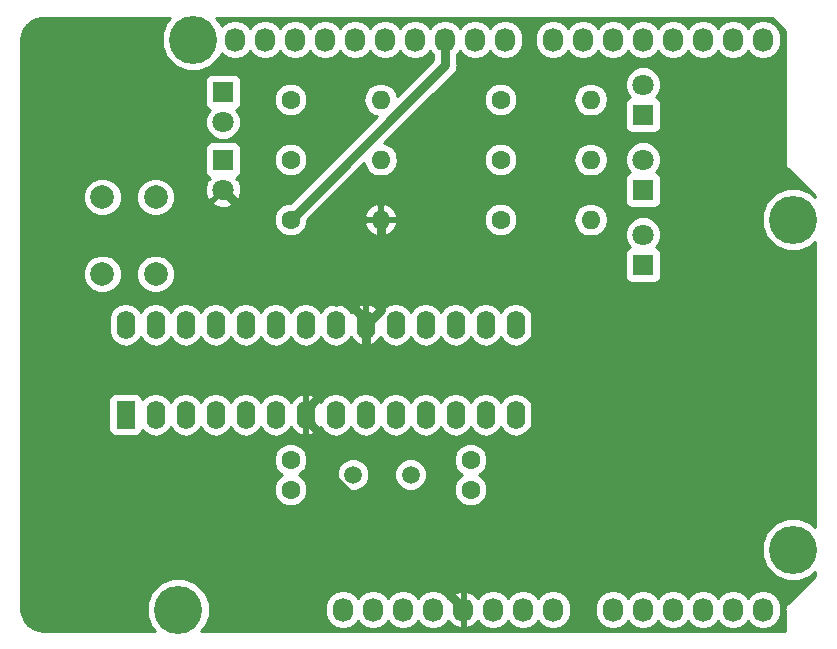
<source format=gbr>
G04 #@! TF.GenerationSoftware,KiCad,Pcbnew,(5.0.0)*
G04 #@! TF.CreationDate,2019-11-08T15:30:58-04:00*
G04 #@! TF.ProjectId,Nueva carpeta,4E7565766120636172706574612E6B69,rev?*
G04 #@! TF.SameCoordinates,Original*
G04 #@! TF.FileFunction,Copper,L1,Top,Signal*
G04 #@! TF.FilePolarity,Positive*
%FSLAX46Y46*%
G04 Gerber Fmt 4.6, Leading zero omitted, Abs format (unit mm)*
G04 Created by KiCad (PCBNEW (5.0.0)) date 11/08/19 15:30:58*
%MOMM*%
%LPD*%
G01*
G04 APERTURE LIST*
G04 #@! TA.AperFunction,ComponentPad*
%ADD10R,1.800000X1.800000*%
G04 #@! TD*
G04 #@! TA.AperFunction,ComponentPad*
%ADD11C,1.800000*%
G04 #@! TD*
G04 #@! TA.AperFunction,ComponentPad*
%ADD12C,1.600000*%
G04 #@! TD*
G04 #@! TA.AperFunction,ComponentPad*
%ADD13O,1.600000X1.600000*%
G04 #@! TD*
G04 #@! TA.AperFunction,ComponentPad*
%ADD14R,1.600000X2.400000*%
G04 #@! TD*
G04 #@! TA.AperFunction,ComponentPad*
%ADD15O,1.600000X2.400000*%
G04 #@! TD*
G04 #@! TA.AperFunction,ComponentPad*
%ADD16C,2.000000*%
G04 #@! TD*
G04 #@! TA.AperFunction,ComponentPad*
%ADD17C,1.500000*%
G04 #@! TD*
G04 #@! TA.AperFunction,ComponentPad*
%ADD18O,1.727200X2.032000*%
G04 #@! TD*
G04 #@! TA.AperFunction,ComponentPad*
%ADD19C,4.064000*%
G04 #@! TD*
G04 #@! TA.AperFunction,Conductor*
%ADD20C,0.800000*%
G04 #@! TD*
G04 #@! TA.AperFunction,Conductor*
%ADD21C,0.254000*%
G04 #@! TD*
G04 APERTURE END LIST*
D10*
G04 #@! TO.P,D5,1*
G04 #@! TO.N,GND*
X128778000Y-80010000D03*
D11*
G04 #@! TO.P,D5,2*
G04 #@! TO.N,Net-(D5-Pad2)*
X128778000Y-82550000D03*
G04 #@! TD*
D12*
G04 #@! TO.P,R6,1*
G04 #@! TO.N,Net-(D5-Pad2)*
X134493000Y-80645000D03*
D13*
G04 #@! TO.P,R6,2*
G04 #@! TO.N,/13(SCK)*
X142113000Y-80645000D03*
G04 #@! TD*
D14*
G04 #@! TO.P,U1,1*
G04 #@! TO.N,/10(\002A\002A/SS)*
X120523000Y-107315000D03*
D15*
G04 #@! TO.P,U1,15*
G04 #@! TO.N,Net-(U1-Pad15)*
X153543000Y-99695000D03*
G04 #@! TO.P,U1,2*
G04 #@! TO.N,Net-(U1-Pad2)*
X123063000Y-107315000D03*
G04 #@! TO.P,U1,16*
G04 #@! TO.N,Net-(U1-Pad16)*
X151003000Y-99695000D03*
G04 #@! TO.P,U1,3*
G04 #@! TO.N,Net-(U1-Pad3)*
X125603000Y-107315000D03*
G04 #@! TO.P,U1,17*
G04 #@! TO.N,/11(\002A\002A/MOSI)*
X148463000Y-99695000D03*
G04 #@! TO.P,U1,4*
G04 #@! TO.N,Net-(U1-Pad4)*
X128143000Y-107315000D03*
G04 #@! TO.P,U1,18*
G04 #@! TO.N,/12(MISO)*
X145923000Y-99695000D03*
G04 #@! TO.P,U1,5*
G04 #@! TO.N,Net-(U1-Pad5)*
X130683000Y-107315000D03*
G04 #@! TO.P,U1,19*
G04 #@! TO.N,/13(SCK)*
X143383000Y-99695000D03*
G04 #@! TO.P,U1,6*
G04 #@! TO.N,Net-(U1-Pad6)*
X133223000Y-107315000D03*
G04 #@! TO.P,U1,20*
G04 #@! TO.N,+5V*
X140843000Y-99695000D03*
G04 #@! TO.P,U1,7*
X135763000Y-107315000D03*
G04 #@! TO.P,U1,21*
G04 #@! TO.N,Net-(U1-Pad21)*
X138303000Y-99695000D03*
G04 #@! TO.P,U1,8*
G04 #@! TO.N,GND*
X138303000Y-107315000D03*
G04 #@! TO.P,U1,22*
X135763000Y-99695000D03*
G04 #@! TO.P,U1,9*
G04 #@! TO.N,/XTAL1*
X140843000Y-107315000D03*
G04 #@! TO.P,U1,23*
G04 #@! TO.N,Net-(U1-Pad23)*
X133223000Y-99695000D03*
G04 #@! TO.P,U1,10*
G04 #@! TO.N,/XTAL2*
X143383000Y-107315000D03*
G04 #@! TO.P,U1,24*
G04 #@! TO.N,Net-(U1-Pad24)*
X130683000Y-99695000D03*
G04 #@! TO.P,U1,11*
G04 #@! TO.N,Net-(U1-Pad11)*
X145923000Y-107315000D03*
G04 #@! TO.P,U1,25*
G04 #@! TO.N,Net-(U1-Pad25)*
X128143000Y-99695000D03*
G04 #@! TO.P,U1,12*
G04 #@! TO.N,Net-(U1-Pad12)*
X148463000Y-107315000D03*
G04 #@! TO.P,U1,26*
G04 #@! TO.N,Net-(U1-Pad26)*
X125603000Y-99695000D03*
G04 #@! TO.P,U1,13*
G04 #@! TO.N,Net-(U1-Pad13)*
X151003000Y-107315000D03*
G04 #@! TO.P,U1,27*
G04 #@! TO.N,Net-(U1-Pad27)*
X123063000Y-99695000D03*
G04 #@! TO.P,U1,14*
G04 #@! TO.N,Net-(U1-Pad14)*
X153543000Y-107315000D03*
G04 #@! TO.P,U1,28*
G04 #@! TO.N,Net-(U1-Pad28)*
X120523000Y-99695000D03*
G04 #@! TD*
D16*
G04 #@! TO.P,SW1,2*
G04 #@! TO.N,GND*
X118563000Y-88900000D03*
G04 #@! TO.P,SW1,1*
G04 #@! TO.N,/10(\002A\002A/SS)*
X123063000Y-88900000D03*
G04 #@! TO.P,SW1,2*
G04 #@! TO.N,GND*
X118563000Y-95400000D03*
G04 #@! TO.P,SW1,1*
G04 #@! TO.N,/10(\002A\002A/SS)*
X123063000Y-95400000D03*
G04 #@! TD*
D12*
G04 #@! TO.P,C1,2*
G04 #@! TO.N,GND*
X149733000Y-113665000D03*
G04 #@! TO.P,C1,1*
G04 #@! TO.N,/XTAL2*
X149733000Y-111165000D03*
G04 #@! TD*
G04 #@! TO.P,C2,1*
G04 #@! TO.N,/XTAL1*
X134493000Y-111165000D03*
G04 #@! TO.P,C2,2*
G04 #@! TO.N,GND*
X134493000Y-113665000D03*
G04 #@! TD*
D17*
G04 #@! TO.P,Y1,1*
G04 #@! TO.N,/XTAL2*
X144653000Y-112395000D03*
G04 #@! TO.P,Y1,2*
G04 #@! TO.N,/XTAL1*
X139773000Y-112395000D03*
G04 #@! TD*
D11*
G04 #@! TO.P,D1,2*
G04 #@! TO.N,+5V*
X128778000Y-88265000D03*
D10*
G04 #@! TO.P,D1,1*
G04 #@! TO.N,Net-(D1-Pad1)*
X128778000Y-85725000D03*
G04 #@! TD*
G04 #@! TO.P,D2,1*
G04 #@! TO.N,GND*
X164338000Y-88265000D03*
D11*
G04 #@! TO.P,D2,2*
G04 #@! TO.N,Net-(D2-Pad2)*
X164338000Y-85725000D03*
G04 #@! TD*
G04 #@! TO.P,D3,2*
G04 #@! TO.N,Net-(D3-Pad2)*
X164338000Y-79375000D03*
D10*
G04 #@! TO.P,D3,1*
G04 #@! TO.N,GND*
X164338000Y-81915000D03*
G04 #@! TD*
G04 #@! TO.P,D4,1*
G04 #@! TO.N,GND*
X164338000Y-94615000D03*
D11*
G04 #@! TO.P,D4,2*
G04 #@! TO.N,Net-(D4-Pad2)*
X164338000Y-92075000D03*
G04 #@! TD*
D12*
G04 #@! TO.P,R1,1*
G04 #@! TO.N,/10(\002A\002A/SS)*
X134493000Y-90805000D03*
D13*
G04 #@! TO.P,R1,2*
G04 #@! TO.N,+5V*
X142113000Y-90805000D03*
G04 #@! TD*
G04 #@! TO.P,R5,2*
G04 #@! TO.N,Net-(D4-Pad2)*
X159893000Y-90805000D03*
D12*
G04 #@! TO.P,R5,1*
G04 #@! TO.N,/7*
X152273000Y-90805000D03*
G04 #@! TD*
G04 #@! TO.P,R2,1*
G04 #@! TO.N,Net-(D1-Pad1)*
X134493000Y-85725000D03*
D13*
G04 #@! TO.P,R2,2*
G04 #@! TO.N,GND*
X142113000Y-85725000D03*
G04 #@! TD*
G04 #@! TO.P,R4,2*
G04 #@! TO.N,Net-(D3-Pad2)*
X159893000Y-80645000D03*
D12*
G04 #@! TO.P,R4,1*
G04 #@! TO.N,/8*
X152273000Y-80645000D03*
G04 #@! TD*
G04 #@! TO.P,R3,1*
G04 #@! TO.N,/9(\002A\002A)*
X152273000Y-85725000D03*
D13*
G04 #@! TO.P,R3,2*
G04 #@! TO.N,Net-(D2-Pad2)*
X159893000Y-85725000D03*
G04 #@! TD*
D18*
G04 #@! TO.P,P1,1*
G04 #@! TO.N,Net-(P1-Pad1)*
X138938000Y-123825000D03*
G04 #@! TO.P,P1,2*
G04 #@! TO.N,/IOREF*
X141478000Y-123825000D03*
G04 #@! TO.P,P1,3*
G04 #@! TO.N,/Reset*
X144018000Y-123825000D03*
G04 #@! TO.P,P1,4*
G04 #@! TO.N,+3V3*
X146558000Y-123825000D03*
G04 #@! TO.P,P1,5*
G04 #@! TO.N,+5V*
X149098000Y-123825000D03*
G04 #@! TO.P,P1,6*
G04 #@! TO.N,GND*
X151638000Y-123825000D03*
G04 #@! TO.P,P1,7*
X154178000Y-123825000D03*
G04 #@! TO.P,P1,8*
G04 #@! TO.N,/Vin*
X156718000Y-123825000D03*
G04 #@! TD*
G04 #@! TO.P,P2,1*
G04 #@! TO.N,/A0*
X161798000Y-123825000D03*
G04 #@! TO.P,P2,2*
G04 #@! TO.N,/A1*
X164338000Y-123825000D03*
G04 #@! TO.P,P2,3*
G04 #@! TO.N,/A2*
X166878000Y-123825000D03*
G04 #@! TO.P,P2,4*
G04 #@! TO.N,/A3*
X169418000Y-123825000D03*
G04 #@! TO.P,P2,5*
G04 #@! TO.N,/A4(SDA)*
X171958000Y-123825000D03*
G04 #@! TO.P,P2,6*
G04 #@! TO.N,/A5(SCL)*
X174498000Y-123825000D03*
G04 #@! TD*
G04 #@! TO.P,P3,1*
G04 #@! TO.N,Net-(P3-Pad1)*
X129794000Y-75565000D03*
G04 #@! TO.P,P3,2*
G04 #@! TO.N,Net-(P3-Pad2)*
X132334000Y-75565000D03*
G04 #@! TO.P,P3,3*
G04 #@! TO.N,/AREF*
X134874000Y-75565000D03*
G04 #@! TO.P,P3,4*
G04 #@! TO.N,GND*
X137414000Y-75565000D03*
G04 #@! TO.P,P3,5*
G04 #@! TO.N,/13(SCK)*
X139954000Y-75565000D03*
G04 #@! TO.P,P3,6*
G04 #@! TO.N,/12(MISO)*
X142494000Y-75565000D03*
G04 #@! TO.P,P3,7*
G04 #@! TO.N,/11(\002A\002A/MOSI)*
X145034000Y-75565000D03*
G04 #@! TO.P,P3,8*
G04 #@! TO.N,/10(\002A\002A/SS)*
X147574000Y-75565000D03*
G04 #@! TO.P,P3,9*
G04 #@! TO.N,/9(\002A\002A)*
X150114000Y-75565000D03*
G04 #@! TO.P,P3,10*
G04 #@! TO.N,/8*
X152654000Y-75565000D03*
G04 #@! TD*
G04 #@! TO.P,P4,1*
G04 #@! TO.N,/7*
X156718000Y-75565000D03*
G04 #@! TO.P,P4,2*
G04 #@! TO.N,/6(\002A\002A)*
X159258000Y-75565000D03*
G04 #@! TO.P,P4,3*
G04 #@! TO.N,/5(\002A\002A)*
X161798000Y-75565000D03*
G04 #@! TO.P,P4,4*
G04 #@! TO.N,/4*
X164338000Y-75565000D03*
G04 #@! TO.P,P4,5*
G04 #@! TO.N,/3(\002A\002A)*
X166878000Y-75565000D03*
G04 #@! TO.P,P4,6*
G04 #@! TO.N,/2*
X169418000Y-75565000D03*
G04 #@! TO.P,P4,7*
G04 #@! TO.N,/1(Tx)*
X171958000Y-75565000D03*
G04 #@! TO.P,P4,8*
G04 #@! TO.N,/0(Rx)*
X174498000Y-75565000D03*
G04 #@! TD*
D19*
G04 #@! TO.P,P5,1*
G04 #@! TO.N,Net-(P5-Pad1)*
X124968000Y-123825000D03*
G04 #@! TD*
G04 #@! TO.P,P6,1*
G04 #@! TO.N,Net-(P6-Pad1)*
X177038000Y-118745000D03*
G04 #@! TD*
G04 #@! TO.P,P7,1*
G04 #@! TO.N,Net-(P7-Pad1)*
X126238000Y-75565000D03*
G04 #@! TD*
G04 #@! TO.P,P8,1*
G04 #@! TO.N,Net-(P8-Pad1)*
X177038000Y-90805000D03*
G04 #@! TD*
D20*
G04 #@! TO.N,+5V*
X128778000Y-88265000D02*
X138303000Y-97790000D01*
X140843000Y-99295000D02*
X140843000Y-99695000D01*
X139243000Y-97695000D02*
X140843000Y-99295000D01*
X138398000Y-97695000D02*
X139243000Y-97695000D01*
X138303000Y-97790000D02*
X138398000Y-97695000D01*
X142113000Y-98425000D02*
X140843000Y-99695000D01*
X142113000Y-90805000D02*
X142113000Y-98425000D01*
X135763000Y-106915000D02*
X135763000Y-107315000D01*
X137363000Y-105315000D02*
X135763000Y-106915000D01*
X137763000Y-105315000D02*
X137363000Y-105315000D01*
X140843000Y-102235000D02*
X137763000Y-105315000D01*
X140843000Y-99695000D02*
X140843000Y-102235000D01*
X149098000Y-123672600D02*
X149098000Y-123825000D01*
X137363000Y-111937600D02*
X149098000Y-123672600D01*
X137363000Y-109315000D02*
X137363000Y-111937600D01*
X135763000Y-107715000D02*
X137363000Y-109315000D01*
X135763000Y-107315000D02*
X135763000Y-107715000D01*
G04 #@! TO.N,/10(\002A\002A/SS)*
X147574000Y-77724000D02*
X134493000Y-90805000D01*
X147574000Y-75565000D02*
X147574000Y-77724000D01*
G04 #@! TD*
D21*
G04 #@! TO.N,+5V*
G36*
X123977026Y-74054266D02*
X123571000Y-75034501D01*
X123571000Y-76095499D01*
X123977026Y-77075734D01*
X124727266Y-77825974D01*
X125707501Y-78232000D01*
X126768499Y-78232000D01*
X127748734Y-77825974D01*
X128498974Y-77075734D01*
X128652156Y-76705918D01*
X128713570Y-76797830D01*
X129209276Y-77129050D01*
X129794000Y-77245359D01*
X130378725Y-77129050D01*
X130874430Y-76797830D01*
X131064000Y-76514119D01*
X131253570Y-76797830D01*
X131749276Y-77129050D01*
X132334000Y-77245359D01*
X132918725Y-77129050D01*
X133414430Y-76797830D01*
X133604000Y-76514119D01*
X133793570Y-76797830D01*
X134289276Y-77129050D01*
X134874000Y-77245359D01*
X135458725Y-77129050D01*
X135954430Y-76797830D01*
X136144000Y-76514119D01*
X136333570Y-76797830D01*
X136829276Y-77129050D01*
X137414000Y-77245359D01*
X137998725Y-77129050D01*
X138494430Y-76797830D01*
X138684000Y-76514119D01*
X138873570Y-76797830D01*
X139369276Y-77129050D01*
X139954000Y-77245359D01*
X140538725Y-77129050D01*
X141034430Y-76797830D01*
X141224000Y-76514119D01*
X141413570Y-76797830D01*
X141909276Y-77129050D01*
X142494000Y-77245359D01*
X143078725Y-77129050D01*
X143574430Y-76797830D01*
X143764000Y-76514119D01*
X143953570Y-76797830D01*
X144449276Y-77129050D01*
X145034000Y-77245359D01*
X145618725Y-77129050D01*
X146114430Y-76797830D01*
X146304000Y-76514119D01*
X146493570Y-76797830D01*
X146539001Y-76828186D01*
X146539001Y-77295288D01*
X143511935Y-80322355D01*
X143464740Y-80085091D01*
X143147577Y-79610423D01*
X142672909Y-79293260D01*
X142254333Y-79210000D01*
X141971667Y-79210000D01*
X141553091Y-79293260D01*
X141078423Y-79610423D01*
X140761260Y-80085091D01*
X140649887Y-80645000D01*
X140761260Y-81204909D01*
X141078423Y-81679577D01*
X141553091Y-81996740D01*
X141790355Y-82043935D01*
X134464290Y-89370000D01*
X134207561Y-89370000D01*
X133680138Y-89588466D01*
X133276466Y-89992138D01*
X133058000Y-90519561D01*
X133058000Y-91090439D01*
X133276466Y-91617862D01*
X133680138Y-92021534D01*
X134207561Y-92240000D01*
X134778439Y-92240000D01*
X135305862Y-92021534D01*
X135709534Y-91617862D01*
X135901655Y-91154039D01*
X140721096Y-91154039D01*
X140881959Y-91542423D01*
X141257866Y-91957389D01*
X141763959Y-92196914D01*
X141986000Y-92075629D01*
X141986000Y-90932000D01*
X142240000Y-90932000D01*
X142240000Y-92075629D01*
X142462041Y-92196914D01*
X142968134Y-91957389D01*
X143344041Y-91542423D01*
X143504904Y-91154039D01*
X143382915Y-90932000D01*
X142240000Y-90932000D01*
X141986000Y-90932000D01*
X140843085Y-90932000D01*
X140721096Y-91154039D01*
X135901655Y-91154039D01*
X135928000Y-91090439D01*
X135928000Y-90833710D01*
X136305749Y-90455961D01*
X140721096Y-90455961D01*
X140843085Y-90678000D01*
X141986000Y-90678000D01*
X141986000Y-89534371D01*
X142240000Y-89534371D01*
X142240000Y-90678000D01*
X143382915Y-90678000D01*
X143469961Y-90519561D01*
X150838000Y-90519561D01*
X150838000Y-91090439D01*
X151056466Y-91617862D01*
X151460138Y-92021534D01*
X151987561Y-92240000D01*
X152558439Y-92240000D01*
X153085862Y-92021534D01*
X153489534Y-91617862D01*
X153708000Y-91090439D01*
X153708000Y-90805000D01*
X158429887Y-90805000D01*
X158541260Y-91364909D01*
X158858423Y-91839577D01*
X159333091Y-92156740D01*
X159751667Y-92240000D01*
X160034333Y-92240000D01*
X160452909Y-92156740D01*
X160927577Y-91839577D01*
X161244740Y-91364909D01*
X161356113Y-90805000D01*
X161244740Y-90245091D01*
X160927577Y-89770423D01*
X160452909Y-89453260D01*
X160034333Y-89370000D01*
X159751667Y-89370000D01*
X159333091Y-89453260D01*
X158858423Y-89770423D01*
X158541260Y-90245091D01*
X158429887Y-90805000D01*
X153708000Y-90805000D01*
X153708000Y-90519561D01*
X153489534Y-89992138D01*
X153085862Y-89588466D01*
X152558439Y-89370000D01*
X151987561Y-89370000D01*
X151460138Y-89588466D01*
X151056466Y-89992138D01*
X150838000Y-90519561D01*
X143469961Y-90519561D01*
X143504904Y-90455961D01*
X143344041Y-90067577D01*
X142968134Y-89652611D01*
X142462041Y-89413086D01*
X142240000Y-89534371D01*
X141986000Y-89534371D01*
X141763959Y-89413086D01*
X141257866Y-89652611D01*
X140881959Y-90067577D01*
X140721096Y-90455961D01*
X136305749Y-90455961D01*
X139396710Y-87365000D01*
X162790560Y-87365000D01*
X162790560Y-89165000D01*
X162839843Y-89412765D01*
X162980191Y-89622809D01*
X163190235Y-89763157D01*
X163438000Y-89812440D01*
X165238000Y-89812440D01*
X165485765Y-89763157D01*
X165695809Y-89622809D01*
X165836157Y-89412765D01*
X165885440Y-89165000D01*
X165885440Y-87365000D01*
X165836157Y-87117235D01*
X165695809Y-86907191D01*
X165485765Y-86766843D01*
X165470092Y-86763725D01*
X165639310Y-86594507D01*
X165873000Y-86030330D01*
X165873000Y-85419670D01*
X165639310Y-84855493D01*
X165207507Y-84423690D01*
X164643330Y-84190000D01*
X164032670Y-84190000D01*
X163468493Y-84423690D01*
X163036690Y-84855493D01*
X162803000Y-85419670D01*
X162803000Y-86030330D01*
X163036690Y-86594507D01*
X163205908Y-86763725D01*
X163190235Y-86766843D01*
X162980191Y-86907191D01*
X162839843Y-87117235D01*
X162790560Y-87365000D01*
X139396710Y-87365000D01*
X140714065Y-86047645D01*
X140761260Y-86284909D01*
X141078423Y-86759577D01*
X141553091Y-87076740D01*
X141971667Y-87160000D01*
X142254333Y-87160000D01*
X142672909Y-87076740D01*
X143147577Y-86759577D01*
X143464740Y-86284909D01*
X143576113Y-85725000D01*
X143519336Y-85439561D01*
X150838000Y-85439561D01*
X150838000Y-86010439D01*
X151056466Y-86537862D01*
X151460138Y-86941534D01*
X151987561Y-87160000D01*
X152558439Y-87160000D01*
X153085862Y-86941534D01*
X153489534Y-86537862D01*
X153708000Y-86010439D01*
X153708000Y-85725000D01*
X158429887Y-85725000D01*
X158541260Y-86284909D01*
X158858423Y-86759577D01*
X159333091Y-87076740D01*
X159751667Y-87160000D01*
X160034333Y-87160000D01*
X160452909Y-87076740D01*
X160927577Y-86759577D01*
X161244740Y-86284909D01*
X161356113Y-85725000D01*
X161244740Y-85165091D01*
X160927577Y-84690423D01*
X160452909Y-84373260D01*
X160034333Y-84290000D01*
X159751667Y-84290000D01*
X159333091Y-84373260D01*
X158858423Y-84690423D01*
X158541260Y-85165091D01*
X158429887Y-85725000D01*
X153708000Y-85725000D01*
X153708000Y-85439561D01*
X153489534Y-84912138D01*
X153085862Y-84508466D01*
X152558439Y-84290000D01*
X151987561Y-84290000D01*
X151460138Y-84508466D01*
X151056466Y-84912138D01*
X150838000Y-85439561D01*
X143519336Y-85439561D01*
X143464740Y-85165091D01*
X143147577Y-84690423D01*
X142672909Y-84373260D01*
X142435645Y-84326065D01*
X146402149Y-80359561D01*
X150838000Y-80359561D01*
X150838000Y-80930439D01*
X151056466Y-81457862D01*
X151460138Y-81861534D01*
X151987561Y-82080000D01*
X152558439Y-82080000D01*
X153085862Y-81861534D01*
X153489534Y-81457862D01*
X153708000Y-80930439D01*
X153708000Y-80645000D01*
X158429887Y-80645000D01*
X158541260Y-81204909D01*
X158858423Y-81679577D01*
X159333091Y-81996740D01*
X159751667Y-82080000D01*
X160034333Y-82080000D01*
X160452909Y-81996740D01*
X160927577Y-81679577D01*
X161244740Y-81204909D01*
X161282515Y-81015000D01*
X162790560Y-81015000D01*
X162790560Y-82815000D01*
X162839843Y-83062765D01*
X162980191Y-83272809D01*
X163190235Y-83413157D01*
X163438000Y-83462440D01*
X165238000Y-83462440D01*
X165485765Y-83413157D01*
X165695809Y-83272809D01*
X165836157Y-83062765D01*
X165885440Y-82815000D01*
X165885440Y-81015000D01*
X165836157Y-80767235D01*
X165695809Y-80557191D01*
X165485765Y-80416843D01*
X165470092Y-80413725D01*
X165639310Y-80244507D01*
X165873000Y-79680330D01*
X165873000Y-79069670D01*
X165639310Y-78505493D01*
X165207507Y-78073690D01*
X164643330Y-77840000D01*
X164032670Y-77840000D01*
X163468493Y-78073690D01*
X163036690Y-78505493D01*
X162803000Y-79069670D01*
X162803000Y-79680330D01*
X163036690Y-80244507D01*
X163205908Y-80413725D01*
X163190235Y-80416843D01*
X162980191Y-80557191D01*
X162839843Y-80767235D01*
X162790560Y-81015000D01*
X161282515Y-81015000D01*
X161356113Y-80645000D01*
X161244740Y-80085091D01*
X160927577Y-79610423D01*
X160452909Y-79293260D01*
X160034333Y-79210000D01*
X159751667Y-79210000D01*
X159333091Y-79293260D01*
X158858423Y-79610423D01*
X158541260Y-80085091D01*
X158429887Y-80645000D01*
X153708000Y-80645000D01*
X153708000Y-80359561D01*
X153489534Y-79832138D01*
X153085862Y-79428466D01*
X152558439Y-79210000D01*
X151987561Y-79210000D01*
X151460138Y-79428466D01*
X151056466Y-79832138D01*
X150838000Y-80359561D01*
X146402149Y-80359561D01*
X148233776Y-78527935D01*
X148320193Y-78470193D01*
X148548948Y-78127837D01*
X148609000Y-77825935D01*
X148629276Y-77724000D01*
X148609000Y-77622066D01*
X148609000Y-76828185D01*
X148654430Y-76797830D01*
X148844000Y-76514119D01*
X149033570Y-76797830D01*
X149529276Y-77129050D01*
X150114000Y-77245359D01*
X150698725Y-77129050D01*
X151194430Y-76797830D01*
X151384000Y-76514119D01*
X151573570Y-76797830D01*
X152069276Y-77129050D01*
X152654000Y-77245359D01*
X153238725Y-77129050D01*
X153734430Y-76797830D01*
X154065650Y-76302124D01*
X154152600Y-75864997D01*
X154152600Y-75265003D01*
X155219400Y-75265003D01*
X155219400Y-75864998D01*
X155306350Y-76302125D01*
X155637570Y-76797830D01*
X156133276Y-77129050D01*
X156718000Y-77245359D01*
X157302725Y-77129050D01*
X157798430Y-76797830D01*
X157988000Y-76514119D01*
X158177570Y-76797830D01*
X158673276Y-77129050D01*
X159258000Y-77245359D01*
X159842725Y-77129050D01*
X160338430Y-76797830D01*
X160528000Y-76514119D01*
X160717570Y-76797830D01*
X161213276Y-77129050D01*
X161798000Y-77245359D01*
X162382725Y-77129050D01*
X162878430Y-76797830D01*
X163068000Y-76514119D01*
X163257570Y-76797830D01*
X163753276Y-77129050D01*
X164338000Y-77245359D01*
X164922725Y-77129050D01*
X165418430Y-76797830D01*
X165608000Y-76514119D01*
X165797570Y-76797830D01*
X166293276Y-77129050D01*
X166878000Y-77245359D01*
X167462725Y-77129050D01*
X167958430Y-76797830D01*
X168148000Y-76514119D01*
X168337570Y-76797830D01*
X168833276Y-77129050D01*
X169418000Y-77245359D01*
X170002725Y-77129050D01*
X170498430Y-76797830D01*
X170688000Y-76514119D01*
X170877570Y-76797830D01*
X171373276Y-77129050D01*
X171958000Y-77245359D01*
X172542725Y-77129050D01*
X173038430Y-76797830D01*
X173228000Y-76514119D01*
X173417570Y-76797830D01*
X173913276Y-77129050D01*
X174498000Y-77245359D01*
X175082725Y-77129050D01*
X175578430Y-76797830D01*
X175909650Y-76302124D01*
X175996600Y-75864997D01*
X175996600Y-75265002D01*
X175909650Y-74827875D01*
X175578430Y-74332170D01*
X175082724Y-74000950D01*
X174498000Y-73884641D01*
X173913275Y-74000950D01*
X173417570Y-74332170D01*
X173228000Y-74615881D01*
X173038430Y-74332170D01*
X172542724Y-74000950D01*
X171958000Y-73884641D01*
X171373275Y-74000950D01*
X170877570Y-74332170D01*
X170688000Y-74615881D01*
X170498430Y-74332170D01*
X170002724Y-74000950D01*
X169418000Y-73884641D01*
X168833275Y-74000950D01*
X168337570Y-74332170D01*
X168148000Y-74615881D01*
X167958430Y-74332170D01*
X167462724Y-74000950D01*
X166878000Y-73884641D01*
X166293275Y-74000950D01*
X165797570Y-74332170D01*
X165608000Y-74615881D01*
X165418430Y-74332170D01*
X164922724Y-74000950D01*
X164338000Y-73884641D01*
X163753275Y-74000950D01*
X163257570Y-74332170D01*
X163068000Y-74615881D01*
X162878430Y-74332170D01*
X162382724Y-74000950D01*
X161798000Y-73884641D01*
X161213275Y-74000950D01*
X160717570Y-74332170D01*
X160528000Y-74615881D01*
X160338430Y-74332170D01*
X159842724Y-74000950D01*
X159258000Y-73884641D01*
X158673275Y-74000950D01*
X158177570Y-74332170D01*
X157988000Y-74615881D01*
X157798430Y-74332170D01*
X157302724Y-74000950D01*
X156718000Y-73884641D01*
X156133275Y-74000950D01*
X155637570Y-74332170D01*
X155306350Y-74827876D01*
X155219400Y-75265003D01*
X154152600Y-75265003D01*
X154152600Y-75265002D01*
X154065650Y-74827875D01*
X153734430Y-74332170D01*
X153238724Y-74000950D01*
X152654000Y-73884641D01*
X152069275Y-74000950D01*
X151573570Y-74332170D01*
X151384000Y-74615881D01*
X151194430Y-74332170D01*
X150698724Y-74000950D01*
X150114000Y-73884641D01*
X149529275Y-74000950D01*
X149033570Y-74332170D01*
X148844000Y-74615881D01*
X148654430Y-74332170D01*
X148158724Y-74000950D01*
X147574000Y-73884641D01*
X146989275Y-74000950D01*
X146493570Y-74332170D01*
X146304000Y-74615881D01*
X146114430Y-74332170D01*
X145618724Y-74000950D01*
X145034000Y-73884641D01*
X144449275Y-74000950D01*
X143953570Y-74332170D01*
X143764000Y-74615881D01*
X143574430Y-74332170D01*
X143078724Y-74000950D01*
X142494000Y-73884641D01*
X141909275Y-74000950D01*
X141413570Y-74332170D01*
X141224000Y-74615881D01*
X141034430Y-74332170D01*
X140538724Y-74000950D01*
X139954000Y-73884641D01*
X139369275Y-74000950D01*
X138873570Y-74332170D01*
X138684000Y-74615881D01*
X138494430Y-74332170D01*
X137998724Y-74000950D01*
X137414000Y-73884641D01*
X136829275Y-74000950D01*
X136333570Y-74332170D01*
X136144000Y-74615881D01*
X135954430Y-74332170D01*
X135458724Y-74000950D01*
X134874000Y-73884641D01*
X134289275Y-74000950D01*
X133793570Y-74332170D01*
X133604000Y-74615881D01*
X133414430Y-74332170D01*
X132918724Y-74000950D01*
X132334000Y-73884641D01*
X131749275Y-74000950D01*
X131253570Y-74332170D01*
X131064000Y-74615881D01*
X130874430Y-74332170D01*
X130378724Y-74000950D01*
X129794000Y-73884641D01*
X129209275Y-74000950D01*
X128713570Y-74332170D01*
X128652156Y-74424082D01*
X128498974Y-74054266D01*
X128179708Y-73735000D01*
X175219910Y-73735000D01*
X176328001Y-74843092D01*
X176328000Y-85909076D01*
X176314091Y-85979000D01*
X176328000Y-86048924D01*
X176328000Y-86048925D01*
X176369195Y-86256027D01*
X176526119Y-86490880D01*
X176585402Y-86530492D01*
X178868001Y-88813092D01*
X178868001Y-88863293D01*
X178548734Y-88544026D01*
X177568499Y-88138000D01*
X176507501Y-88138000D01*
X175527266Y-88544026D01*
X174777026Y-89294266D01*
X174371000Y-90274501D01*
X174371000Y-91335499D01*
X174777026Y-92315734D01*
X175527266Y-93065974D01*
X176507501Y-93472000D01*
X177568499Y-93472000D01*
X178548734Y-93065974D01*
X178868001Y-92746707D01*
X178868000Y-116803292D01*
X178548734Y-116484026D01*
X177568499Y-116078000D01*
X176507501Y-116078000D01*
X175527266Y-116484026D01*
X174777026Y-117234266D01*
X174371000Y-118214501D01*
X174371000Y-119275499D01*
X174777026Y-120255734D01*
X175527266Y-121005974D01*
X176507501Y-121412000D01*
X177568499Y-121412000D01*
X178548734Y-121005974D01*
X178868000Y-120686708D01*
X178868000Y-120990909D01*
X176585402Y-123273508D01*
X176526120Y-123313119D01*
X176384544Y-123525002D01*
X176369196Y-123547972D01*
X176314091Y-123825000D01*
X176328001Y-123894929D01*
X176328000Y-125655000D01*
X126909708Y-125655000D01*
X127228974Y-125335734D01*
X127635000Y-124355499D01*
X127635000Y-123525003D01*
X137439400Y-123525003D01*
X137439400Y-124124998D01*
X137526350Y-124562125D01*
X137857570Y-125057830D01*
X138353276Y-125389050D01*
X138938000Y-125505359D01*
X139522725Y-125389050D01*
X140018430Y-125057830D01*
X140208000Y-124774119D01*
X140397570Y-125057830D01*
X140893276Y-125389050D01*
X141478000Y-125505359D01*
X142062725Y-125389050D01*
X142558430Y-125057830D01*
X142748000Y-124774119D01*
X142937570Y-125057830D01*
X143433276Y-125389050D01*
X144018000Y-125505359D01*
X144602725Y-125389050D01*
X145098430Y-125057830D01*
X145288000Y-124774119D01*
X145477570Y-125057830D01*
X145973276Y-125389050D01*
X146558000Y-125505359D01*
X147142725Y-125389050D01*
X147638430Y-125057830D01*
X147831909Y-124768267D01*
X148195964Y-125175732D01*
X148723209Y-125429709D01*
X148738974Y-125432358D01*
X148971000Y-125311217D01*
X148971000Y-123952000D01*
X148951000Y-123952000D01*
X148951000Y-123698000D01*
X148971000Y-123698000D01*
X148971000Y-122338783D01*
X149225000Y-122338783D01*
X149225000Y-123698000D01*
X149245000Y-123698000D01*
X149245000Y-123952000D01*
X149225000Y-123952000D01*
X149225000Y-125311217D01*
X149457026Y-125432358D01*
X149472791Y-125429709D01*
X150000036Y-125175732D01*
X150364090Y-124768268D01*
X150557570Y-125057830D01*
X151053276Y-125389050D01*
X151638000Y-125505359D01*
X152222725Y-125389050D01*
X152718430Y-125057830D01*
X152908000Y-124774119D01*
X153097570Y-125057830D01*
X153593276Y-125389050D01*
X154178000Y-125505359D01*
X154762725Y-125389050D01*
X155258430Y-125057830D01*
X155448000Y-124774119D01*
X155637570Y-125057830D01*
X156133276Y-125389050D01*
X156718000Y-125505359D01*
X157302725Y-125389050D01*
X157798430Y-125057830D01*
X158129650Y-124562124D01*
X158216600Y-124124997D01*
X158216600Y-123525003D01*
X160299400Y-123525003D01*
X160299400Y-124124998D01*
X160386350Y-124562125D01*
X160717570Y-125057830D01*
X161213276Y-125389050D01*
X161798000Y-125505359D01*
X162382725Y-125389050D01*
X162878430Y-125057830D01*
X163068000Y-124774119D01*
X163257570Y-125057830D01*
X163753276Y-125389050D01*
X164338000Y-125505359D01*
X164922725Y-125389050D01*
X165418430Y-125057830D01*
X165608000Y-124774119D01*
X165797570Y-125057830D01*
X166293276Y-125389050D01*
X166878000Y-125505359D01*
X167462725Y-125389050D01*
X167958430Y-125057830D01*
X168148000Y-124774119D01*
X168337570Y-125057830D01*
X168833276Y-125389050D01*
X169418000Y-125505359D01*
X170002725Y-125389050D01*
X170498430Y-125057830D01*
X170688000Y-124774119D01*
X170877570Y-125057830D01*
X171373276Y-125389050D01*
X171958000Y-125505359D01*
X172542725Y-125389050D01*
X173038430Y-125057830D01*
X173228000Y-124774119D01*
X173417570Y-125057830D01*
X173913276Y-125389050D01*
X174498000Y-125505359D01*
X175082725Y-125389050D01*
X175578430Y-125057830D01*
X175909650Y-124562124D01*
X175996600Y-124124997D01*
X175996600Y-123525002D01*
X175909650Y-123087875D01*
X175578430Y-122592170D01*
X175082724Y-122260950D01*
X174498000Y-122144641D01*
X173913275Y-122260950D01*
X173417570Y-122592170D01*
X173228000Y-122875881D01*
X173038430Y-122592170D01*
X172542724Y-122260950D01*
X171958000Y-122144641D01*
X171373275Y-122260950D01*
X170877570Y-122592170D01*
X170688000Y-122875881D01*
X170498430Y-122592170D01*
X170002724Y-122260950D01*
X169418000Y-122144641D01*
X168833275Y-122260950D01*
X168337570Y-122592170D01*
X168148000Y-122875881D01*
X167958430Y-122592170D01*
X167462724Y-122260950D01*
X166878000Y-122144641D01*
X166293275Y-122260950D01*
X165797570Y-122592170D01*
X165608000Y-122875881D01*
X165418430Y-122592170D01*
X164922724Y-122260950D01*
X164338000Y-122144641D01*
X163753275Y-122260950D01*
X163257570Y-122592170D01*
X163068000Y-122875881D01*
X162878430Y-122592170D01*
X162382724Y-122260950D01*
X161798000Y-122144641D01*
X161213275Y-122260950D01*
X160717570Y-122592170D01*
X160386350Y-123087876D01*
X160299400Y-123525003D01*
X158216600Y-123525003D01*
X158216600Y-123525002D01*
X158129650Y-123087875D01*
X157798430Y-122592170D01*
X157302724Y-122260950D01*
X156718000Y-122144641D01*
X156133275Y-122260950D01*
X155637570Y-122592170D01*
X155448000Y-122875881D01*
X155258430Y-122592170D01*
X154762724Y-122260950D01*
X154178000Y-122144641D01*
X153593275Y-122260950D01*
X153097570Y-122592170D01*
X152908000Y-122875881D01*
X152718430Y-122592170D01*
X152222724Y-122260950D01*
X151638000Y-122144641D01*
X151053275Y-122260950D01*
X150557570Y-122592170D01*
X150364091Y-122881733D01*
X150000036Y-122474268D01*
X149472791Y-122220291D01*
X149457026Y-122217642D01*
X149225000Y-122338783D01*
X148971000Y-122338783D01*
X148738974Y-122217642D01*
X148723209Y-122220291D01*
X148195964Y-122474268D01*
X147831910Y-122881732D01*
X147638430Y-122592170D01*
X147142724Y-122260950D01*
X146558000Y-122144641D01*
X145973275Y-122260950D01*
X145477570Y-122592170D01*
X145288000Y-122875881D01*
X145098430Y-122592170D01*
X144602724Y-122260950D01*
X144018000Y-122144641D01*
X143433275Y-122260950D01*
X142937570Y-122592170D01*
X142748000Y-122875881D01*
X142558430Y-122592170D01*
X142062724Y-122260950D01*
X141478000Y-122144641D01*
X140893275Y-122260950D01*
X140397570Y-122592170D01*
X140208000Y-122875881D01*
X140018430Y-122592170D01*
X139522724Y-122260950D01*
X138938000Y-122144641D01*
X138353275Y-122260950D01*
X137857570Y-122592170D01*
X137526350Y-123087876D01*
X137439400Y-123525003D01*
X127635000Y-123525003D01*
X127635000Y-123294501D01*
X127228974Y-122314266D01*
X126478734Y-121564026D01*
X125498499Y-121158000D01*
X124437501Y-121158000D01*
X123457266Y-121564026D01*
X122707026Y-122314266D01*
X122301000Y-123294501D01*
X122301000Y-124355499D01*
X122707026Y-125335734D01*
X123026292Y-125655000D01*
X113582667Y-125655000D01*
X113084301Y-125592042D01*
X112659111Y-125423697D01*
X112289141Y-125154899D01*
X111997645Y-124802541D01*
X111802933Y-124388756D01*
X111710907Y-123906339D01*
X111708000Y-123813836D01*
X111708000Y-110879561D01*
X133058000Y-110879561D01*
X133058000Y-111450439D01*
X133276466Y-111977862D01*
X133680138Y-112381534D01*
X133760932Y-112415000D01*
X133680138Y-112448466D01*
X133276466Y-112852138D01*
X133058000Y-113379561D01*
X133058000Y-113950439D01*
X133276466Y-114477862D01*
X133680138Y-114881534D01*
X134207561Y-115100000D01*
X134778439Y-115100000D01*
X135305862Y-114881534D01*
X135709534Y-114477862D01*
X135928000Y-113950439D01*
X135928000Y-113379561D01*
X135709534Y-112852138D01*
X135305862Y-112448466D01*
X135225068Y-112415000D01*
X135305862Y-112381534D01*
X135567890Y-112119506D01*
X138388000Y-112119506D01*
X138388000Y-112670494D01*
X138598853Y-113179540D01*
X138988460Y-113569147D01*
X139497506Y-113780000D01*
X140048494Y-113780000D01*
X140557540Y-113569147D01*
X140947147Y-113179540D01*
X141158000Y-112670494D01*
X141158000Y-112119506D01*
X143268000Y-112119506D01*
X143268000Y-112670494D01*
X143478853Y-113179540D01*
X143868460Y-113569147D01*
X144377506Y-113780000D01*
X144928494Y-113780000D01*
X145437540Y-113569147D01*
X145827147Y-113179540D01*
X146038000Y-112670494D01*
X146038000Y-112119506D01*
X145827147Y-111610460D01*
X145437540Y-111220853D01*
X144928494Y-111010000D01*
X144377506Y-111010000D01*
X143868460Y-111220853D01*
X143478853Y-111610460D01*
X143268000Y-112119506D01*
X141158000Y-112119506D01*
X140947147Y-111610460D01*
X140557540Y-111220853D01*
X140048494Y-111010000D01*
X139497506Y-111010000D01*
X138988460Y-111220853D01*
X138598853Y-111610460D01*
X138388000Y-112119506D01*
X135567890Y-112119506D01*
X135709534Y-111977862D01*
X135928000Y-111450439D01*
X135928000Y-110879561D01*
X148298000Y-110879561D01*
X148298000Y-111450439D01*
X148516466Y-111977862D01*
X148920138Y-112381534D01*
X149000932Y-112415000D01*
X148920138Y-112448466D01*
X148516466Y-112852138D01*
X148298000Y-113379561D01*
X148298000Y-113950439D01*
X148516466Y-114477862D01*
X148920138Y-114881534D01*
X149447561Y-115100000D01*
X150018439Y-115100000D01*
X150545862Y-114881534D01*
X150949534Y-114477862D01*
X151168000Y-113950439D01*
X151168000Y-113379561D01*
X150949534Y-112852138D01*
X150545862Y-112448466D01*
X150465068Y-112415000D01*
X150545862Y-112381534D01*
X150949534Y-111977862D01*
X151168000Y-111450439D01*
X151168000Y-110879561D01*
X150949534Y-110352138D01*
X150545862Y-109948466D01*
X150018439Y-109730000D01*
X149447561Y-109730000D01*
X148920138Y-109948466D01*
X148516466Y-110352138D01*
X148298000Y-110879561D01*
X135928000Y-110879561D01*
X135709534Y-110352138D01*
X135305862Y-109948466D01*
X134778439Y-109730000D01*
X134207561Y-109730000D01*
X133680138Y-109948466D01*
X133276466Y-110352138D01*
X133058000Y-110879561D01*
X111708000Y-110879561D01*
X111708000Y-106115000D01*
X119075560Y-106115000D01*
X119075560Y-108515000D01*
X119124843Y-108762765D01*
X119265191Y-108972809D01*
X119475235Y-109113157D01*
X119723000Y-109162440D01*
X121323000Y-109162440D01*
X121570765Y-109113157D01*
X121780809Y-108972809D01*
X121921157Y-108762765D01*
X121947785Y-108628893D01*
X122028424Y-108749577D01*
X122503092Y-109066740D01*
X123063000Y-109178113D01*
X123622909Y-109066740D01*
X124097577Y-108749577D01*
X124333000Y-108397241D01*
X124568424Y-108749577D01*
X125043092Y-109066740D01*
X125603000Y-109178113D01*
X126162909Y-109066740D01*
X126637577Y-108749577D01*
X126873000Y-108397241D01*
X127108424Y-108749577D01*
X127583092Y-109066740D01*
X128143000Y-109178113D01*
X128702909Y-109066740D01*
X129177577Y-108749577D01*
X129413000Y-108397241D01*
X129648424Y-108749577D01*
X130123092Y-109066740D01*
X130683000Y-109178113D01*
X131242909Y-109066740D01*
X131717577Y-108749577D01*
X131953000Y-108397241D01*
X132188424Y-108749577D01*
X132663092Y-109066740D01*
X133223000Y-109178113D01*
X133782909Y-109066740D01*
X134257577Y-108749577D01*
X134495499Y-108393501D01*
X134838104Y-108819500D01*
X135331181Y-109089367D01*
X135413961Y-109106904D01*
X135636000Y-108984915D01*
X135636000Y-107442000D01*
X135616000Y-107442000D01*
X135616000Y-107188000D01*
X135636000Y-107188000D01*
X135636000Y-105645085D01*
X135890000Y-105645085D01*
X135890000Y-107188000D01*
X135910000Y-107188000D01*
X135910000Y-107442000D01*
X135890000Y-107442000D01*
X135890000Y-108984915D01*
X136112039Y-109106904D01*
X136194819Y-109089367D01*
X136687896Y-108819500D01*
X137030501Y-108393501D01*
X137268424Y-108749577D01*
X137743092Y-109066740D01*
X138303000Y-109178113D01*
X138862909Y-109066740D01*
X139337577Y-108749577D01*
X139573000Y-108397241D01*
X139808424Y-108749577D01*
X140283092Y-109066740D01*
X140843000Y-109178113D01*
X141402909Y-109066740D01*
X141877577Y-108749577D01*
X142113000Y-108397241D01*
X142348424Y-108749577D01*
X142823092Y-109066740D01*
X143383000Y-109178113D01*
X143942909Y-109066740D01*
X144417577Y-108749577D01*
X144653000Y-108397241D01*
X144888424Y-108749577D01*
X145363092Y-109066740D01*
X145923000Y-109178113D01*
X146482909Y-109066740D01*
X146957577Y-108749577D01*
X147193000Y-108397241D01*
X147428424Y-108749577D01*
X147903092Y-109066740D01*
X148463000Y-109178113D01*
X149022909Y-109066740D01*
X149497577Y-108749577D01*
X149733000Y-108397241D01*
X149968424Y-108749577D01*
X150443092Y-109066740D01*
X151003000Y-109178113D01*
X151562909Y-109066740D01*
X152037577Y-108749577D01*
X152273000Y-108397241D01*
X152508424Y-108749577D01*
X152983092Y-109066740D01*
X153543000Y-109178113D01*
X154102909Y-109066740D01*
X154577577Y-108749577D01*
X154894740Y-108274909D01*
X154978000Y-107856332D01*
X154978000Y-106773667D01*
X154894740Y-106355091D01*
X154577576Y-105880423D01*
X154102908Y-105563260D01*
X153543000Y-105451887D01*
X152983091Y-105563260D01*
X152508423Y-105880424D01*
X152273000Y-106232759D01*
X152037576Y-105880423D01*
X151562908Y-105563260D01*
X151003000Y-105451887D01*
X150443091Y-105563260D01*
X149968423Y-105880424D01*
X149733000Y-106232759D01*
X149497576Y-105880423D01*
X149022908Y-105563260D01*
X148463000Y-105451887D01*
X147903091Y-105563260D01*
X147428423Y-105880424D01*
X147193000Y-106232759D01*
X146957576Y-105880423D01*
X146482908Y-105563260D01*
X145923000Y-105451887D01*
X145363091Y-105563260D01*
X144888423Y-105880424D01*
X144653000Y-106232759D01*
X144417576Y-105880423D01*
X143942908Y-105563260D01*
X143383000Y-105451887D01*
X142823091Y-105563260D01*
X142348423Y-105880424D01*
X142113000Y-106232759D01*
X141877576Y-105880423D01*
X141402908Y-105563260D01*
X140843000Y-105451887D01*
X140283091Y-105563260D01*
X139808423Y-105880424D01*
X139573000Y-106232759D01*
X139337576Y-105880423D01*
X138862908Y-105563260D01*
X138303000Y-105451887D01*
X137743091Y-105563260D01*
X137268423Y-105880424D01*
X137030501Y-106236499D01*
X136687896Y-105810500D01*
X136194819Y-105540633D01*
X136112039Y-105523096D01*
X135890000Y-105645085D01*
X135636000Y-105645085D01*
X135413961Y-105523096D01*
X135331181Y-105540633D01*
X134838104Y-105810500D01*
X134495499Y-106236499D01*
X134257576Y-105880423D01*
X133782908Y-105563260D01*
X133223000Y-105451887D01*
X132663091Y-105563260D01*
X132188423Y-105880424D01*
X131953000Y-106232759D01*
X131717576Y-105880423D01*
X131242908Y-105563260D01*
X130683000Y-105451887D01*
X130123091Y-105563260D01*
X129648423Y-105880424D01*
X129413000Y-106232759D01*
X129177576Y-105880423D01*
X128702908Y-105563260D01*
X128143000Y-105451887D01*
X127583091Y-105563260D01*
X127108423Y-105880424D01*
X126873000Y-106232759D01*
X126637576Y-105880423D01*
X126162908Y-105563260D01*
X125603000Y-105451887D01*
X125043091Y-105563260D01*
X124568423Y-105880424D01*
X124333000Y-106232759D01*
X124097576Y-105880423D01*
X123622908Y-105563260D01*
X123063000Y-105451887D01*
X122503091Y-105563260D01*
X122028423Y-105880424D01*
X121947785Y-106001107D01*
X121921157Y-105867235D01*
X121780809Y-105657191D01*
X121570765Y-105516843D01*
X121323000Y-105467560D01*
X119723000Y-105467560D01*
X119475235Y-105516843D01*
X119265191Y-105657191D01*
X119124843Y-105867235D01*
X119075560Y-106115000D01*
X111708000Y-106115000D01*
X111708000Y-99153668D01*
X119088000Y-99153668D01*
X119088000Y-100236333D01*
X119171260Y-100654909D01*
X119488424Y-101129577D01*
X119963092Y-101446740D01*
X120523000Y-101558113D01*
X121082909Y-101446740D01*
X121557577Y-101129577D01*
X121793000Y-100777241D01*
X122028424Y-101129577D01*
X122503092Y-101446740D01*
X123063000Y-101558113D01*
X123622909Y-101446740D01*
X124097577Y-101129577D01*
X124333000Y-100777241D01*
X124568424Y-101129577D01*
X125043092Y-101446740D01*
X125603000Y-101558113D01*
X126162909Y-101446740D01*
X126637577Y-101129577D01*
X126873000Y-100777241D01*
X127108424Y-101129577D01*
X127583092Y-101446740D01*
X128143000Y-101558113D01*
X128702909Y-101446740D01*
X129177577Y-101129577D01*
X129413000Y-100777241D01*
X129648424Y-101129577D01*
X130123092Y-101446740D01*
X130683000Y-101558113D01*
X131242909Y-101446740D01*
X131717577Y-101129577D01*
X131953000Y-100777241D01*
X132188424Y-101129577D01*
X132663092Y-101446740D01*
X133223000Y-101558113D01*
X133782909Y-101446740D01*
X134257577Y-101129577D01*
X134493000Y-100777241D01*
X134728424Y-101129577D01*
X135203092Y-101446740D01*
X135763000Y-101558113D01*
X136322909Y-101446740D01*
X136797577Y-101129577D01*
X137033000Y-100777241D01*
X137268424Y-101129577D01*
X137743092Y-101446740D01*
X138303000Y-101558113D01*
X138862909Y-101446740D01*
X139337577Y-101129577D01*
X139575499Y-100773501D01*
X139918104Y-101199500D01*
X140411181Y-101469367D01*
X140493961Y-101486904D01*
X140716000Y-101364915D01*
X140716000Y-99822000D01*
X140696000Y-99822000D01*
X140696000Y-99568000D01*
X140716000Y-99568000D01*
X140716000Y-98025085D01*
X140970000Y-98025085D01*
X140970000Y-99568000D01*
X140990000Y-99568000D01*
X140990000Y-99822000D01*
X140970000Y-99822000D01*
X140970000Y-101364915D01*
X141192039Y-101486904D01*
X141274819Y-101469367D01*
X141767896Y-101199500D01*
X142110501Y-100773501D01*
X142348424Y-101129577D01*
X142823092Y-101446740D01*
X143383000Y-101558113D01*
X143942909Y-101446740D01*
X144417577Y-101129577D01*
X144653000Y-100777241D01*
X144888424Y-101129577D01*
X145363092Y-101446740D01*
X145923000Y-101558113D01*
X146482909Y-101446740D01*
X146957577Y-101129577D01*
X147193000Y-100777241D01*
X147428424Y-101129577D01*
X147903092Y-101446740D01*
X148463000Y-101558113D01*
X149022909Y-101446740D01*
X149497577Y-101129577D01*
X149733000Y-100777241D01*
X149968424Y-101129577D01*
X150443092Y-101446740D01*
X151003000Y-101558113D01*
X151562909Y-101446740D01*
X152037577Y-101129577D01*
X152273000Y-100777241D01*
X152508424Y-101129577D01*
X152983092Y-101446740D01*
X153543000Y-101558113D01*
X154102909Y-101446740D01*
X154577577Y-101129577D01*
X154894740Y-100654909D01*
X154978000Y-100236332D01*
X154978000Y-99153667D01*
X154894740Y-98735091D01*
X154577576Y-98260423D01*
X154102908Y-97943260D01*
X153543000Y-97831887D01*
X152983091Y-97943260D01*
X152508423Y-98260424D01*
X152273000Y-98612759D01*
X152037576Y-98260423D01*
X151562908Y-97943260D01*
X151003000Y-97831887D01*
X150443091Y-97943260D01*
X149968423Y-98260424D01*
X149733000Y-98612759D01*
X149497576Y-98260423D01*
X149022908Y-97943260D01*
X148463000Y-97831887D01*
X147903091Y-97943260D01*
X147428423Y-98260424D01*
X147193000Y-98612759D01*
X146957576Y-98260423D01*
X146482908Y-97943260D01*
X145923000Y-97831887D01*
X145363091Y-97943260D01*
X144888423Y-98260424D01*
X144653000Y-98612759D01*
X144417576Y-98260423D01*
X143942908Y-97943260D01*
X143383000Y-97831887D01*
X142823091Y-97943260D01*
X142348423Y-98260424D01*
X142110501Y-98616499D01*
X141767896Y-98190500D01*
X141274819Y-97920633D01*
X141192039Y-97903096D01*
X140970000Y-98025085D01*
X140716000Y-98025085D01*
X140493961Y-97903096D01*
X140411181Y-97920633D01*
X139918104Y-98190500D01*
X139575499Y-98616499D01*
X139337576Y-98260423D01*
X138862908Y-97943260D01*
X138303000Y-97831887D01*
X137743091Y-97943260D01*
X137268423Y-98260424D01*
X137033000Y-98612759D01*
X136797576Y-98260423D01*
X136322908Y-97943260D01*
X135763000Y-97831887D01*
X135203091Y-97943260D01*
X134728423Y-98260424D01*
X134493000Y-98612759D01*
X134257576Y-98260423D01*
X133782908Y-97943260D01*
X133223000Y-97831887D01*
X132663091Y-97943260D01*
X132188423Y-98260424D01*
X131953000Y-98612759D01*
X131717576Y-98260423D01*
X131242908Y-97943260D01*
X130683000Y-97831887D01*
X130123091Y-97943260D01*
X129648423Y-98260424D01*
X129413000Y-98612759D01*
X129177576Y-98260423D01*
X128702908Y-97943260D01*
X128143000Y-97831887D01*
X127583091Y-97943260D01*
X127108423Y-98260424D01*
X126873000Y-98612759D01*
X126637576Y-98260423D01*
X126162908Y-97943260D01*
X125603000Y-97831887D01*
X125043091Y-97943260D01*
X124568423Y-98260424D01*
X124333000Y-98612759D01*
X124097576Y-98260423D01*
X123622908Y-97943260D01*
X123063000Y-97831887D01*
X122503091Y-97943260D01*
X122028423Y-98260424D01*
X121793000Y-98612759D01*
X121557576Y-98260423D01*
X121082908Y-97943260D01*
X120523000Y-97831887D01*
X119963091Y-97943260D01*
X119488423Y-98260424D01*
X119171260Y-98735092D01*
X119088000Y-99153668D01*
X111708000Y-99153668D01*
X111708000Y-95074778D01*
X116928000Y-95074778D01*
X116928000Y-95725222D01*
X117176914Y-96326153D01*
X117636847Y-96786086D01*
X118237778Y-97035000D01*
X118888222Y-97035000D01*
X119489153Y-96786086D01*
X119949086Y-96326153D01*
X120198000Y-95725222D01*
X120198000Y-95074778D01*
X121428000Y-95074778D01*
X121428000Y-95725222D01*
X121676914Y-96326153D01*
X122136847Y-96786086D01*
X122737778Y-97035000D01*
X123388222Y-97035000D01*
X123989153Y-96786086D01*
X124449086Y-96326153D01*
X124698000Y-95725222D01*
X124698000Y-95074778D01*
X124449086Y-94473847D01*
X123989153Y-94013914D01*
X123388222Y-93765000D01*
X122737778Y-93765000D01*
X122136847Y-94013914D01*
X121676914Y-94473847D01*
X121428000Y-95074778D01*
X120198000Y-95074778D01*
X119949086Y-94473847D01*
X119489153Y-94013914D01*
X118888222Y-93765000D01*
X118237778Y-93765000D01*
X117636847Y-94013914D01*
X117176914Y-94473847D01*
X116928000Y-95074778D01*
X111708000Y-95074778D01*
X111708000Y-93715000D01*
X162790560Y-93715000D01*
X162790560Y-95515000D01*
X162839843Y-95762765D01*
X162980191Y-95972809D01*
X163190235Y-96113157D01*
X163438000Y-96162440D01*
X165238000Y-96162440D01*
X165485765Y-96113157D01*
X165695809Y-95972809D01*
X165836157Y-95762765D01*
X165885440Y-95515000D01*
X165885440Y-93715000D01*
X165836157Y-93467235D01*
X165695809Y-93257191D01*
X165485765Y-93116843D01*
X165470092Y-93113725D01*
X165639310Y-92944507D01*
X165873000Y-92380330D01*
X165873000Y-91769670D01*
X165639310Y-91205493D01*
X165207507Y-90773690D01*
X164643330Y-90540000D01*
X164032670Y-90540000D01*
X163468493Y-90773690D01*
X163036690Y-91205493D01*
X162803000Y-91769670D01*
X162803000Y-92380330D01*
X163036690Y-92944507D01*
X163205908Y-93113725D01*
X163190235Y-93116843D01*
X162980191Y-93257191D01*
X162839843Y-93467235D01*
X162790560Y-93715000D01*
X111708000Y-93715000D01*
X111708000Y-88574778D01*
X116928000Y-88574778D01*
X116928000Y-89225222D01*
X117176914Y-89826153D01*
X117636847Y-90286086D01*
X118237778Y-90535000D01*
X118888222Y-90535000D01*
X119489153Y-90286086D01*
X119949086Y-89826153D01*
X120198000Y-89225222D01*
X120198000Y-88574778D01*
X121428000Y-88574778D01*
X121428000Y-89225222D01*
X121676914Y-89826153D01*
X122136847Y-90286086D01*
X122737778Y-90535000D01*
X123388222Y-90535000D01*
X123989153Y-90286086D01*
X124449086Y-89826153D01*
X124648320Y-89345159D01*
X127877446Y-89345159D01*
X127963852Y-89601643D01*
X128537336Y-89811458D01*
X129147460Y-89785839D01*
X129592148Y-89601643D01*
X129678554Y-89345159D01*
X128778000Y-88444605D01*
X127877446Y-89345159D01*
X124648320Y-89345159D01*
X124698000Y-89225222D01*
X124698000Y-88574778D01*
X124449086Y-87973847D01*
X123989153Y-87513914D01*
X123388222Y-87265000D01*
X122737778Y-87265000D01*
X122136847Y-87513914D01*
X121676914Y-87973847D01*
X121428000Y-88574778D01*
X120198000Y-88574778D01*
X119949086Y-87973847D01*
X119489153Y-87513914D01*
X118888222Y-87265000D01*
X118237778Y-87265000D01*
X117636847Y-87513914D01*
X117176914Y-87973847D01*
X116928000Y-88574778D01*
X111708000Y-88574778D01*
X111708000Y-84825000D01*
X127230560Y-84825000D01*
X127230560Y-86625000D01*
X127279843Y-86872765D01*
X127420191Y-87082809D01*
X127618114Y-87215058D01*
X127583282Y-87249890D01*
X127697839Y-87364447D01*
X127441357Y-87450852D01*
X127231542Y-88024336D01*
X127257161Y-88634460D01*
X127441357Y-89079148D01*
X127697841Y-89165554D01*
X128598395Y-88265000D01*
X128584253Y-88250858D01*
X128763858Y-88071253D01*
X128778000Y-88085395D01*
X128792143Y-88071253D01*
X128971748Y-88250858D01*
X128957605Y-88265000D01*
X129858159Y-89165554D01*
X130114643Y-89079148D01*
X130324458Y-88505664D01*
X130298839Y-87895540D01*
X130114643Y-87450852D01*
X129858161Y-87364447D01*
X129972718Y-87249890D01*
X129937886Y-87215058D01*
X130135809Y-87082809D01*
X130276157Y-86872765D01*
X130325440Y-86625000D01*
X130325440Y-85439561D01*
X133058000Y-85439561D01*
X133058000Y-86010439D01*
X133276466Y-86537862D01*
X133680138Y-86941534D01*
X134207561Y-87160000D01*
X134778439Y-87160000D01*
X135305862Y-86941534D01*
X135709534Y-86537862D01*
X135928000Y-86010439D01*
X135928000Y-85439561D01*
X135709534Y-84912138D01*
X135305862Y-84508466D01*
X134778439Y-84290000D01*
X134207561Y-84290000D01*
X133680138Y-84508466D01*
X133276466Y-84912138D01*
X133058000Y-85439561D01*
X130325440Y-85439561D01*
X130325440Y-84825000D01*
X130276157Y-84577235D01*
X130135809Y-84367191D01*
X129925765Y-84226843D01*
X129678000Y-84177560D01*
X127878000Y-84177560D01*
X127630235Y-84226843D01*
X127420191Y-84367191D01*
X127279843Y-84577235D01*
X127230560Y-84825000D01*
X111708000Y-84825000D01*
X111708000Y-79110000D01*
X127230560Y-79110000D01*
X127230560Y-80910000D01*
X127279843Y-81157765D01*
X127420191Y-81367809D01*
X127630235Y-81508157D01*
X127645908Y-81511275D01*
X127476690Y-81680493D01*
X127243000Y-82244670D01*
X127243000Y-82855330D01*
X127476690Y-83419507D01*
X127908493Y-83851310D01*
X128472670Y-84085000D01*
X129083330Y-84085000D01*
X129647507Y-83851310D01*
X130079310Y-83419507D01*
X130313000Y-82855330D01*
X130313000Y-82244670D01*
X130079310Y-81680493D01*
X129910092Y-81511275D01*
X129925765Y-81508157D01*
X130135809Y-81367809D01*
X130276157Y-81157765D01*
X130325440Y-80910000D01*
X130325440Y-80359561D01*
X133058000Y-80359561D01*
X133058000Y-80930439D01*
X133276466Y-81457862D01*
X133680138Y-81861534D01*
X134207561Y-82080000D01*
X134778439Y-82080000D01*
X135305862Y-81861534D01*
X135709534Y-81457862D01*
X135928000Y-80930439D01*
X135928000Y-80359561D01*
X135709534Y-79832138D01*
X135305862Y-79428466D01*
X134778439Y-79210000D01*
X134207561Y-79210000D01*
X133680138Y-79428466D01*
X133276466Y-79832138D01*
X133058000Y-80359561D01*
X130325440Y-80359561D01*
X130325440Y-79110000D01*
X130276157Y-78862235D01*
X130135809Y-78652191D01*
X129925765Y-78511843D01*
X129678000Y-78462560D01*
X127878000Y-78462560D01*
X127630235Y-78511843D01*
X127420191Y-78652191D01*
X127279843Y-78862235D01*
X127230560Y-79110000D01*
X111708000Y-79110000D01*
X111708000Y-75609666D01*
X111770958Y-75111302D01*
X111939305Y-74686107D01*
X112208101Y-74316142D01*
X112560462Y-74024644D01*
X112974244Y-73829933D01*
X113456662Y-73737907D01*
X113549164Y-73735000D01*
X124296292Y-73735000D01*
X123977026Y-74054266D01*
X123977026Y-74054266D01*
G37*
X123977026Y-74054266D02*
X123571000Y-75034501D01*
X123571000Y-76095499D01*
X123977026Y-77075734D01*
X124727266Y-77825974D01*
X125707501Y-78232000D01*
X126768499Y-78232000D01*
X127748734Y-77825974D01*
X128498974Y-77075734D01*
X128652156Y-76705918D01*
X128713570Y-76797830D01*
X129209276Y-77129050D01*
X129794000Y-77245359D01*
X130378725Y-77129050D01*
X130874430Y-76797830D01*
X131064000Y-76514119D01*
X131253570Y-76797830D01*
X131749276Y-77129050D01*
X132334000Y-77245359D01*
X132918725Y-77129050D01*
X133414430Y-76797830D01*
X133604000Y-76514119D01*
X133793570Y-76797830D01*
X134289276Y-77129050D01*
X134874000Y-77245359D01*
X135458725Y-77129050D01*
X135954430Y-76797830D01*
X136144000Y-76514119D01*
X136333570Y-76797830D01*
X136829276Y-77129050D01*
X137414000Y-77245359D01*
X137998725Y-77129050D01*
X138494430Y-76797830D01*
X138684000Y-76514119D01*
X138873570Y-76797830D01*
X139369276Y-77129050D01*
X139954000Y-77245359D01*
X140538725Y-77129050D01*
X141034430Y-76797830D01*
X141224000Y-76514119D01*
X141413570Y-76797830D01*
X141909276Y-77129050D01*
X142494000Y-77245359D01*
X143078725Y-77129050D01*
X143574430Y-76797830D01*
X143764000Y-76514119D01*
X143953570Y-76797830D01*
X144449276Y-77129050D01*
X145034000Y-77245359D01*
X145618725Y-77129050D01*
X146114430Y-76797830D01*
X146304000Y-76514119D01*
X146493570Y-76797830D01*
X146539001Y-76828186D01*
X146539001Y-77295288D01*
X143511935Y-80322355D01*
X143464740Y-80085091D01*
X143147577Y-79610423D01*
X142672909Y-79293260D01*
X142254333Y-79210000D01*
X141971667Y-79210000D01*
X141553091Y-79293260D01*
X141078423Y-79610423D01*
X140761260Y-80085091D01*
X140649887Y-80645000D01*
X140761260Y-81204909D01*
X141078423Y-81679577D01*
X141553091Y-81996740D01*
X141790355Y-82043935D01*
X134464290Y-89370000D01*
X134207561Y-89370000D01*
X133680138Y-89588466D01*
X133276466Y-89992138D01*
X133058000Y-90519561D01*
X133058000Y-91090439D01*
X133276466Y-91617862D01*
X133680138Y-92021534D01*
X134207561Y-92240000D01*
X134778439Y-92240000D01*
X135305862Y-92021534D01*
X135709534Y-91617862D01*
X135901655Y-91154039D01*
X140721096Y-91154039D01*
X140881959Y-91542423D01*
X141257866Y-91957389D01*
X141763959Y-92196914D01*
X141986000Y-92075629D01*
X141986000Y-90932000D01*
X142240000Y-90932000D01*
X142240000Y-92075629D01*
X142462041Y-92196914D01*
X142968134Y-91957389D01*
X143344041Y-91542423D01*
X143504904Y-91154039D01*
X143382915Y-90932000D01*
X142240000Y-90932000D01*
X141986000Y-90932000D01*
X140843085Y-90932000D01*
X140721096Y-91154039D01*
X135901655Y-91154039D01*
X135928000Y-91090439D01*
X135928000Y-90833710D01*
X136305749Y-90455961D01*
X140721096Y-90455961D01*
X140843085Y-90678000D01*
X141986000Y-90678000D01*
X141986000Y-89534371D01*
X142240000Y-89534371D01*
X142240000Y-90678000D01*
X143382915Y-90678000D01*
X143469961Y-90519561D01*
X150838000Y-90519561D01*
X150838000Y-91090439D01*
X151056466Y-91617862D01*
X151460138Y-92021534D01*
X151987561Y-92240000D01*
X152558439Y-92240000D01*
X153085862Y-92021534D01*
X153489534Y-91617862D01*
X153708000Y-91090439D01*
X153708000Y-90805000D01*
X158429887Y-90805000D01*
X158541260Y-91364909D01*
X158858423Y-91839577D01*
X159333091Y-92156740D01*
X159751667Y-92240000D01*
X160034333Y-92240000D01*
X160452909Y-92156740D01*
X160927577Y-91839577D01*
X161244740Y-91364909D01*
X161356113Y-90805000D01*
X161244740Y-90245091D01*
X160927577Y-89770423D01*
X160452909Y-89453260D01*
X160034333Y-89370000D01*
X159751667Y-89370000D01*
X159333091Y-89453260D01*
X158858423Y-89770423D01*
X158541260Y-90245091D01*
X158429887Y-90805000D01*
X153708000Y-90805000D01*
X153708000Y-90519561D01*
X153489534Y-89992138D01*
X153085862Y-89588466D01*
X152558439Y-89370000D01*
X151987561Y-89370000D01*
X151460138Y-89588466D01*
X151056466Y-89992138D01*
X150838000Y-90519561D01*
X143469961Y-90519561D01*
X143504904Y-90455961D01*
X143344041Y-90067577D01*
X142968134Y-89652611D01*
X142462041Y-89413086D01*
X142240000Y-89534371D01*
X141986000Y-89534371D01*
X141763959Y-89413086D01*
X141257866Y-89652611D01*
X140881959Y-90067577D01*
X140721096Y-90455961D01*
X136305749Y-90455961D01*
X139396710Y-87365000D01*
X162790560Y-87365000D01*
X162790560Y-89165000D01*
X162839843Y-89412765D01*
X162980191Y-89622809D01*
X163190235Y-89763157D01*
X163438000Y-89812440D01*
X165238000Y-89812440D01*
X165485765Y-89763157D01*
X165695809Y-89622809D01*
X165836157Y-89412765D01*
X165885440Y-89165000D01*
X165885440Y-87365000D01*
X165836157Y-87117235D01*
X165695809Y-86907191D01*
X165485765Y-86766843D01*
X165470092Y-86763725D01*
X165639310Y-86594507D01*
X165873000Y-86030330D01*
X165873000Y-85419670D01*
X165639310Y-84855493D01*
X165207507Y-84423690D01*
X164643330Y-84190000D01*
X164032670Y-84190000D01*
X163468493Y-84423690D01*
X163036690Y-84855493D01*
X162803000Y-85419670D01*
X162803000Y-86030330D01*
X163036690Y-86594507D01*
X163205908Y-86763725D01*
X163190235Y-86766843D01*
X162980191Y-86907191D01*
X162839843Y-87117235D01*
X162790560Y-87365000D01*
X139396710Y-87365000D01*
X140714065Y-86047645D01*
X140761260Y-86284909D01*
X141078423Y-86759577D01*
X141553091Y-87076740D01*
X141971667Y-87160000D01*
X142254333Y-87160000D01*
X142672909Y-87076740D01*
X143147577Y-86759577D01*
X143464740Y-86284909D01*
X143576113Y-85725000D01*
X143519336Y-85439561D01*
X150838000Y-85439561D01*
X150838000Y-86010439D01*
X151056466Y-86537862D01*
X151460138Y-86941534D01*
X151987561Y-87160000D01*
X152558439Y-87160000D01*
X153085862Y-86941534D01*
X153489534Y-86537862D01*
X153708000Y-86010439D01*
X153708000Y-85725000D01*
X158429887Y-85725000D01*
X158541260Y-86284909D01*
X158858423Y-86759577D01*
X159333091Y-87076740D01*
X159751667Y-87160000D01*
X160034333Y-87160000D01*
X160452909Y-87076740D01*
X160927577Y-86759577D01*
X161244740Y-86284909D01*
X161356113Y-85725000D01*
X161244740Y-85165091D01*
X160927577Y-84690423D01*
X160452909Y-84373260D01*
X160034333Y-84290000D01*
X159751667Y-84290000D01*
X159333091Y-84373260D01*
X158858423Y-84690423D01*
X158541260Y-85165091D01*
X158429887Y-85725000D01*
X153708000Y-85725000D01*
X153708000Y-85439561D01*
X153489534Y-84912138D01*
X153085862Y-84508466D01*
X152558439Y-84290000D01*
X151987561Y-84290000D01*
X151460138Y-84508466D01*
X151056466Y-84912138D01*
X150838000Y-85439561D01*
X143519336Y-85439561D01*
X143464740Y-85165091D01*
X143147577Y-84690423D01*
X142672909Y-84373260D01*
X142435645Y-84326065D01*
X146402149Y-80359561D01*
X150838000Y-80359561D01*
X150838000Y-80930439D01*
X151056466Y-81457862D01*
X151460138Y-81861534D01*
X151987561Y-82080000D01*
X152558439Y-82080000D01*
X153085862Y-81861534D01*
X153489534Y-81457862D01*
X153708000Y-80930439D01*
X153708000Y-80645000D01*
X158429887Y-80645000D01*
X158541260Y-81204909D01*
X158858423Y-81679577D01*
X159333091Y-81996740D01*
X159751667Y-82080000D01*
X160034333Y-82080000D01*
X160452909Y-81996740D01*
X160927577Y-81679577D01*
X161244740Y-81204909D01*
X161282515Y-81015000D01*
X162790560Y-81015000D01*
X162790560Y-82815000D01*
X162839843Y-83062765D01*
X162980191Y-83272809D01*
X163190235Y-83413157D01*
X163438000Y-83462440D01*
X165238000Y-83462440D01*
X165485765Y-83413157D01*
X165695809Y-83272809D01*
X165836157Y-83062765D01*
X165885440Y-82815000D01*
X165885440Y-81015000D01*
X165836157Y-80767235D01*
X165695809Y-80557191D01*
X165485765Y-80416843D01*
X165470092Y-80413725D01*
X165639310Y-80244507D01*
X165873000Y-79680330D01*
X165873000Y-79069670D01*
X165639310Y-78505493D01*
X165207507Y-78073690D01*
X164643330Y-77840000D01*
X164032670Y-77840000D01*
X163468493Y-78073690D01*
X163036690Y-78505493D01*
X162803000Y-79069670D01*
X162803000Y-79680330D01*
X163036690Y-80244507D01*
X163205908Y-80413725D01*
X163190235Y-80416843D01*
X162980191Y-80557191D01*
X162839843Y-80767235D01*
X162790560Y-81015000D01*
X161282515Y-81015000D01*
X161356113Y-80645000D01*
X161244740Y-80085091D01*
X160927577Y-79610423D01*
X160452909Y-79293260D01*
X160034333Y-79210000D01*
X159751667Y-79210000D01*
X159333091Y-79293260D01*
X158858423Y-79610423D01*
X158541260Y-80085091D01*
X158429887Y-80645000D01*
X153708000Y-80645000D01*
X153708000Y-80359561D01*
X153489534Y-79832138D01*
X153085862Y-79428466D01*
X152558439Y-79210000D01*
X151987561Y-79210000D01*
X151460138Y-79428466D01*
X151056466Y-79832138D01*
X150838000Y-80359561D01*
X146402149Y-80359561D01*
X148233776Y-78527935D01*
X148320193Y-78470193D01*
X148548948Y-78127837D01*
X148609000Y-77825935D01*
X148629276Y-77724000D01*
X148609000Y-77622066D01*
X148609000Y-76828185D01*
X148654430Y-76797830D01*
X148844000Y-76514119D01*
X149033570Y-76797830D01*
X149529276Y-77129050D01*
X150114000Y-77245359D01*
X150698725Y-77129050D01*
X151194430Y-76797830D01*
X151384000Y-76514119D01*
X151573570Y-76797830D01*
X152069276Y-77129050D01*
X152654000Y-77245359D01*
X153238725Y-77129050D01*
X153734430Y-76797830D01*
X154065650Y-76302124D01*
X154152600Y-75864997D01*
X154152600Y-75265003D01*
X155219400Y-75265003D01*
X155219400Y-75864998D01*
X155306350Y-76302125D01*
X155637570Y-76797830D01*
X156133276Y-77129050D01*
X156718000Y-77245359D01*
X157302725Y-77129050D01*
X157798430Y-76797830D01*
X157988000Y-76514119D01*
X158177570Y-76797830D01*
X158673276Y-77129050D01*
X159258000Y-77245359D01*
X159842725Y-77129050D01*
X160338430Y-76797830D01*
X160528000Y-76514119D01*
X160717570Y-76797830D01*
X161213276Y-77129050D01*
X161798000Y-77245359D01*
X162382725Y-77129050D01*
X162878430Y-76797830D01*
X163068000Y-76514119D01*
X163257570Y-76797830D01*
X163753276Y-77129050D01*
X164338000Y-77245359D01*
X164922725Y-77129050D01*
X165418430Y-76797830D01*
X165608000Y-76514119D01*
X165797570Y-76797830D01*
X166293276Y-77129050D01*
X166878000Y-77245359D01*
X167462725Y-77129050D01*
X167958430Y-76797830D01*
X168148000Y-76514119D01*
X168337570Y-76797830D01*
X168833276Y-77129050D01*
X169418000Y-77245359D01*
X170002725Y-77129050D01*
X170498430Y-76797830D01*
X170688000Y-76514119D01*
X170877570Y-76797830D01*
X171373276Y-77129050D01*
X171958000Y-77245359D01*
X172542725Y-77129050D01*
X173038430Y-76797830D01*
X173228000Y-76514119D01*
X173417570Y-76797830D01*
X173913276Y-77129050D01*
X174498000Y-77245359D01*
X175082725Y-77129050D01*
X175578430Y-76797830D01*
X175909650Y-76302124D01*
X175996600Y-75864997D01*
X175996600Y-75265002D01*
X175909650Y-74827875D01*
X175578430Y-74332170D01*
X175082724Y-74000950D01*
X174498000Y-73884641D01*
X173913275Y-74000950D01*
X173417570Y-74332170D01*
X173228000Y-74615881D01*
X173038430Y-74332170D01*
X172542724Y-74000950D01*
X171958000Y-73884641D01*
X171373275Y-74000950D01*
X170877570Y-74332170D01*
X170688000Y-74615881D01*
X170498430Y-74332170D01*
X170002724Y-74000950D01*
X169418000Y-73884641D01*
X168833275Y-74000950D01*
X168337570Y-74332170D01*
X168148000Y-74615881D01*
X167958430Y-74332170D01*
X167462724Y-74000950D01*
X166878000Y-73884641D01*
X166293275Y-74000950D01*
X165797570Y-74332170D01*
X165608000Y-74615881D01*
X165418430Y-74332170D01*
X164922724Y-74000950D01*
X164338000Y-73884641D01*
X163753275Y-74000950D01*
X163257570Y-74332170D01*
X163068000Y-74615881D01*
X162878430Y-74332170D01*
X162382724Y-74000950D01*
X161798000Y-73884641D01*
X161213275Y-74000950D01*
X160717570Y-74332170D01*
X160528000Y-74615881D01*
X160338430Y-74332170D01*
X159842724Y-74000950D01*
X159258000Y-73884641D01*
X158673275Y-74000950D01*
X158177570Y-74332170D01*
X157988000Y-74615881D01*
X157798430Y-74332170D01*
X157302724Y-74000950D01*
X156718000Y-73884641D01*
X156133275Y-74000950D01*
X155637570Y-74332170D01*
X155306350Y-74827876D01*
X155219400Y-75265003D01*
X154152600Y-75265003D01*
X154152600Y-75265002D01*
X154065650Y-74827875D01*
X153734430Y-74332170D01*
X153238724Y-74000950D01*
X152654000Y-73884641D01*
X152069275Y-74000950D01*
X151573570Y-74332170D01*
X151384000Y-74615881D01*
X151194430Y-74332170D01*
X150698724Y-74000950D01*
X150114000Y-73884641D01*
X149529275Y-74000950D01*
X149033570Y-74332170D01*
X148844000Y-74615881D01*
X148654430Y-74332170D01*
X148158724Y-74000950D01*
X147574000Y-73884641D01*
X146989275Y-74000950D01*
X146493570Y-74332170D01*
X146304000Y-74615881D01*
X146114430Y-74332170D01*
X145618724Y-74000950D01*
X145034000Y-73884641D01*
X144449275Y-74000950D01*
X143953570Y-74332170D01*
X143764000Y-74615881D01*
X143574430Y-74332170D01*
X143078724Y-74000950D01*
X142494000Y-73884641D01*
X141909275Y-74000950D01*
X141413570Y-74332170D01*
X141224000Y-74615881D01*
X141034430Y-74332170D01*
X140538724Y-74000950D01*
X139954000Y-73884641D01*
X139369275Y-74000950D01*
X138873570Y-74332170D01*
X138684000Y-74615881D01*
X138494430Y-74332170D01*
X137998724Y-74000950D01*
X137414000Y-73884641D01*
X136829275Y-74000950D01*
X136333570Y-74332170D01*
X136144000Y-74615881D01*
X135954430Y-74332170D01*
X135458724Y-74000950D01*
X134874000Y-73884641D01*
X134289275Y-74000950D01*
X133793570Y-74332170D01*
X133604000Y-74615881D01*
X133414430Y-74332170D01*
X132918724Y-74000950D01*
X132334000Y-73884641D01*
X131749275Y-74000950D01*
X131253570Y-74332170D01*
X131064000Y-74615881D01*
X130874430Y-74332170D01*
X130378724Y-74000950D01*
X129794000Y-73884641D01*
X129209275Y-74000950D01*
X128713570Y-74332170D01*
X128652156Y-74424082D01*
X128498974Y-74054266D01*
X128179708Y-73735000D01*
X175219910Y-73735000D01*
X176328001Y-74843092D01*
X176328000Y-85909076D01*
X176314091Y-85979000D01*
X176328000Y-86048924D01*
X176328000Y-86048925D01*
X176369195Y-86256027D01*
X176526119Y-86490880D01*
X176585402Y-86530492D01*
X178868001Y-88813092D01*
X178868001Y-88863293D01*
X178548734Y-88544026D01*
X177568499Y-88138000D01*
X176507501Y-88138000D01*
X175527266Y-88544026D01*
X174777026Y-89294266D01*
X174371000Y-90274501D01*
X174371000Y-91335499D01*
X174777026Y-92315734D01*
X175527266Y-93065974D01*
X176507501Y-93472000D01*
X177568499Y-93472000D01*
X178548734Y-93065974D01*
X178868001Y-92746707D01*
X178868000Y-116803292D01*
X178548734Y-116484026D01*
X177568499Y-116078000D01*
X176507501Y-116078000D01*
X175527266Y-116484026D01*
X174777026Y-117234266D01*
X174371000Y-118214501D01*
X174371000Y-119275499D01*
X174777026Y-120255734D01*
X175527266Y-121005974D01*
X176507501Y-121412000D01*
X177568499Y-121412000D01*
X178548734Y-121005974D01*
X178868000Y-120686708D01*
X178868000Y-120990909D01*
X176585402Y-123273508D01*
X176526120Y-123313119D01*
X176384544Y-123525002D01*
X176369196Y-123547972D01*
X176314091Y-123825000D01*
X176328001Y-123894929D01*
X176328000Y-125655000D01*
X126909708Y-125655000D01*
X127228974Y-125335734D01*
X127635000Y-124355499D01*
X127635000Y-123525003D01*
X137439400Y-123525003D01*
X137439400Y-124124998D01*
X137526350Y-124562125D01*
X137857570Y-125057830D01*
X138353276Y-125389050D01*
X138938000Y-125505359D01*
X139522725Y-125389050D01*
X140018430Y-125057830D01*
X140208000Y-124774119D01*
X140397570Y-125057830D01*
X140893276Y-125389050D01*
X141478000Y-125505359D01*
X142062725Y-125389050D01*
X142558430Y-125057830D01*
X142748000Y-124774119D01*
X142937570Y-125057830D01*
X143433276Y-125389050D01*
X144018000Y-125505359D01*
X144602725Y-125389050D01*
X145098430Y-125057830D01*
X145288000Y-124774119D01*
X145477570Y-125057830D01*
X145973276Y-125389050D01*
X146558000Y-125505359D01*
X147142725Y-125389050D01*
X147638430Y-125057830D01*
X147831909Y-124768267D01*
X148195964Y-125175732D01*
X148723209Y-125429709D01*
X148738974Y-125432358D01*
X148971000Y-125311217D01*
X148971000Y-123952000D01*
X148951000Y-123952000D01*
X148951000Y-123698000D01*
X148971000Y-123698000D01*
X148971000Y-122338783D01*
X149225000Y-122338783D01*
X149225000Y-123698000D01*
X149245000Y-123698000D01*
X149245000Y-123952000D01*
X149225000Y-123952000D01*
X149225000Y-125311217D01*
X149457026Y-125432358D01*
X149472791Y-125429709D01*
X150000036Y-125175732D01*
X150364090Y-124768268D01*
X150557570Y-125057830D01*
X151053276Y-125389050D01*
X151638000Y-125505359D01*
X152222725Y-125389050D01*
X152718430Y-125057830D01*
X152908000Y-124774119D01*
X153097570Y-125057830D01*
X153593276Y-125389050D01*
X154178000Y-125505359D01*
X154762725Y-125389050D01*
X155258430Y-125057830D01*
X155448000Y-124774119D01*
X155637570Y-125057830D01*
X156133276Y-125389050D01*
X156718000Y-125505359D01*
X157302725Y-125389050D01*
X157798430Y-125057830D01*
X158129650Y-124562124D01*
X158216600Y-124124997D01*
X158216600Y-123525003D01*
X160299400Y-123525003D01*
X160299400Y-124124998D01*
X160386350Y-124562125D01*
X160717570Y-125057830D01*
X161213276Y-125389050D01*
X161798000Y-125505359D01*
X162382725Y-125389050D01*
X162878430Y-125057830D01*
X163068000Y-124774119D01*
X163257570Y-125057830D01*
X163753276Y-125389050D01*
X164338000Y-125505359D01*
X164922725Y-125389050D01*
X165418430Y-125057830D01*
X165608000Y-124774119D01*
X165797570Y-125057830D01*
X166293276Y-125389050D01*
X166878000Y-125505359D01*
X167462725Y-125389050D01*
X167958430Y-125057830D01*
X168148000Y-124774119D01*
X168337570Y-125057830D01*
X168833276Y-125389050D01*
X169418000Y-125505359D01*
X170002725Y-125389050D01*
X170498430Y-125057830D01*
X170688000Y-124774119D01*
X170877570Y-125057830D01*
X171373276Y-125389050D01*
X171958000Y-125505359D01*
X172542725Y-125389050D01*
X173038430Y-125057830D01*
X173228000Y-124774119D01*
X173417570Y-125057830D01*
X173913276Y-125389050D01*
X174498000Y-125505359D01*
X175082725Y-125389050D01*
X175578430Y-125057830D01*
X175909650Y-124562124D01*
X175996600Y-124124997D01*
X175996600Y-123525002D01*
X175909650Y-123087875D01*
X175578430Y-122592170D01*
X175082724Y-122260950D01*
X174498000Y-122144641D01*
X173913275Y-122260950D01*
X173417570Y-122592170D01*
X173228000Y-122875881D01*
X173038430Y-122592170D01*
X172542724Y-122260950D01*
X171958000Y-122144641D01*
X171373275Y-122260950D01*
X170877570Y-122592170D01*
X170688000Y-122875881D01*
X170498430Y-122592170D01*
X170002724Y-122260950D01*
X169418000Y-122144641D01*
X168833275Y-122260950D01*
X168337570Y-122592170D01*
X168148000Y-122875881D01*
X167958430Y-122592170D01*
X167462724Y-122260950D01*
X166878000Y-122144641D01*
X166293275Y-122260950D01*
X165797570Y-122592170D01*
X165608000Y-122875881D01*
X165418430Y-122592170D01*
X164922724Y-122260950D01*
X164338000Y-122144641D01*
X163753275Y-122260950D01*
X163257570Y-122592170D01*
X163068000Y-122875881D01*
X162878430Y-122592170D01*
X162382724Y-122260950D01*
X161798000Y-122144641D01*
X161213275Y-122260950D01*
X160717570Y-122592170D01*
X160386350Y-123087876D01*
X160299400Y-123525003D01*
X158216600Y-123525003D01*
X158216600Y-123525002D01*
X158129650Y-123087875D01*
X157798430Y-122592170D01*
X157302724Y-122260950D01*
X156718000Y-122144641D01*
X156133275Y-122260950D01*
X155637570Y-122592170D01*
X155448000Y-122875881D01*
X155258430Y-122592170D01*
X154762724Y-122260950D01*
X154178000Y-122144641D01*
X153593275Y-122260950D01*
X153097570Y-122592170D01*
X152908000Y-122875881D01*
X152718430Y-122592170D01*
X152222724Y-122260950D01*
X151638000Y-122144641D01*
X151053275Y-122260950D01*
X150557570Y-122592170D01*
X150364091Y-122881733D01*
X150000036Y-122474268D01*
X149472791Y-122220291D01*
X149457026Y-122217642D01*
X149225000Y-122338783D01*
X148971000Y-122338783D01*
X148738974Y-122217642D01*
X148723209Y-122220291D01*
X148195964Y-122474268D01*
X147831910Y-122881732D01*
X147638430Y-122592170D01*
X147142724Y-122260950D01*
X146558000Y-122144641D01*
X145973275Y-122260950D01*
X145477570Y-122592170D01*
X145288000Y-122875881D01*
X145098430Y-122592170D01*
X144602724Y-122260950D01*
X144018000Y-122144641D01*
X143433275Y-122260950D01*
X142937570Y-122592170D01*
X142748000Y-122875881D01*
X142558430Y-122592170D01*
X142062724Y-122260950D01*
X141478000Y-122144641D01*
X140893275Y-122260950D01*
X140397570Y-122592170D01*
X140208000Y-122875881D01*
X140018430Y-122592170D01*
X139522724Y-122260950D01*
X138938000Y-122144641D01*
X138353275Y-122260950D01*
X137857570Y-122592170D01*
X137526350Y-123087876D01*
X137439400Y-123525003D01*
X127635000Y-123525003D01*
X127635000Y-123294501D01*
X127228974Y-122314266D01*
X126478734Y-121564026D01*
X125498499Y-121158000D01*
X124437501Y-121158000D01*
X123457266Y-121564026D01*
X122707026Y-122314266D01*
X122301000Y-123294501D01*
X122301000Y-124355499D01*
X122707026Y-125335734D01*
X123026292Y-125655000D01*
X113582667Y-125655000D01*
X113084301Y-125592042D01*
X112659111Y-125423697D01*
X112289141Y-125154899D01*
X111997645Y-124802541D01*
X111802933Y-124388756D01*
X111710907Y-123906339D01*
X111708000Y-123813836D01*
X111708000Y-110879561D01*
X133058000Y-110879561D01*
X133058000Y-111450439D01*
X133276466Y-111977862D01*
X133680138Y-112381534D01*
X133760932Y-112415000D01*
X133680138Y-112448466D01*
X133276466Y-112852138D01*
X133058000Y-113379561D01*
X133058000Y-113950439D01*
X133276466Y-114477862D01*
X133680138Y-114881534D01*
X134207561Y-115100000D01*
X134778439Y-115100000D01*
X135305862Y-114881534D01*
X135709534Y-114477862D01*
X135928000Y-113950439D01*
X135928000Y-113379561D01*
X135709534Y-112852138D01*
X135305862Y-112448466D01*
X135225068Y-112415000D01*
X135305862Y-112381534D01*
X135567890Y-112119506D01*
X138388000Y-112119506D01*
X138388000Y-112670494D01*
X138598853Y-113179540D01*
X138988460Y-113569147D01*
X139497506Y-113780000D01*
X140048494Y-113780000D01*
X140557540Y-113569147D01*
X140947147Y-113179540D01*
X141158000Y-112670494D01*
X141158000Y-112119506D01*
X143268000Y-112119506D01*
X143268000Y-112670494D01*
X143478853Y-113179540D01*
X143868460Y-113569147D01*
X144377506Y-113780000D01*
X144928494Y-113780000D01*
X145437540Y-113569147D01*
X145827147Y-113179540D01*
X146038000Y-112670494D01*
X146038000Y-112119506D01*
X145827147Y-111610460D01*
X145437540Y-111220853D01*
X144928494Y-111010000D01*
X144377506Y-111010000D01*
X143868460Y-111220853D01*
X143478853Y-111610460D01*
X143268000Y-112119506D01*
X141158000Y-112119506D01*
X140947147Y-111610460D01*
X140557540Y-111220853D01*
X140048494Y-111010000D01*
X139497506Y-111010000D01*
X138988460Y-111220853D01*
X138598853Y-111610460D01*
X138388000Y-112119506D01*
X135567890Y-112119506D01*
X135709534Y-111977862D01*
X135928000Y-111450439D01*
X135928000Y-110879561D01*
X148298000Y-110879561D01*
X148298000Y-111450439D01*
X148516466Y-111977862D01*
X148920138Y-112381534D01*
X149000932Y-112415000D01*
X148920138Y-112448466D01*
X148516466Y-112852138D01*
X148298000Y-113379561D01*
X148298000Y-113950439D01*
X148516466Y-114477862D01*
X148920138Y-114881534D01*
X149447561Y-115100000D01*
X150018439Y-115100000D01*
X150545862Y-114881534D01*
X150949534Y-114477862D01*
X151168000Y-113950439D01*
X151168000Y-113379561D01*
X150949534Y-112852138D01*
X150545862Y-112448466D01*
X150465068Y-112415000D01*
X150545862Y-112381534D01*
X150949534Y-111977862D01*
X151168000Y-111450439D01*
X151168000Y-110879561D01*
X150949534Y-110352138D01*
X150545862Y-109948466D01*
X150018439Y-109730000D01*
X149447561Y-109730000D01*
X148920138Y-109948466D01*
X148516466Y-110352138D01*
X148298000Y-110879561D01*
X135928000Y-110879561D01*
X135709534Y-110352138D01*
X135305862Y-109948466D01*
X134778439Y-109730000D01*
X134207561Y-109730000D01*
X133680138Y-109948466D01*
X133276466Y-110352138D01*
X133058000Y-110879561D01*
X111708000Y-110879561D01*
X111708000Y-106115000D01*
X119075560Y-106115000D01*
X119075560Y-108515000D01*
X119124843Y-108762765D01*
X119265191Y-108972809D01*
X119475235Y-109113157D01*
X119723000Y-109162440D01*
X121323000Y-109162440D01*
X121570765Y-109113157D01*
X121780809Y-108972809D01*
X121921157Y-108762765D01*
X121947785Y-108628893D01*
X122028424Y-108749577D01*
X122503092Y-109066740D01*
X123063000Y-109178113D01*
X123622909Y-109066740D01*
X124097577Y-108749577D01*
X124333000Y-108397241D01*
X124568424Y-108749577D01*
X125043092Y-109066740D01*
X125603000Y-109178113D01*
X126162909Y-109066740D01*
X126637577Y-108749577D01*
X126873000Y-108397241D01*
X127108424Y-108749577D01*
X127583092Y-109066740D01*
X128143000Y-109178113D01*
X128702909Y-109066740D01*
X129177577Y-108749577D01*
X129413000Y-108397241D01*
X129648424Y-108749577D01*
X130123092Y-109066740D01*
X130683000Y-109178113D01*
X131242909Y-109066740D01*
X131717577Y-108749577D01*
X131953000Y-108397241D01*
X132188424Y-108749577D01*
X132663092Y-109066740D01*
X133223000Y-109178113D01*
X133782909Y-109066740D01*
X134257577Y-108749577D01*
X134495499Y-108393501D01*
X134838104Y-108819500D01*
X135331181Y-109089367D01*
X135413961Y-109106904D01*
X135636000Y-108984915D01*
X135636000Y-107442000D01*
X135616000Y-107442000D01*
X135616000Y-107188000D01*
X135636000Y-107188000D01*
X135636000Y-105645085D01*
X135890000Y-105645085D01*
X135890000Y-107188000D01*
X135910000Y-107188000D01*
X135910000Y-107442000D01*
X135890000Y-107442000D01*
X135890000Y-108984915D01*
X136112039Y-109106904D01*
X136194819Y-109089367D01*
X136687896Y-108819500D01*
X137030501Y-108393501D01*
X137268424Y-108749577D01*
X137743092Y-109066740D01*
X138303000Y-109178113D01*
X138862909Y-109066740D01*
X139337577Y-108749577D01*
X139573000Y-108397241D01*
X139808424Y-108749577D01*
X140283092Y-109066740D01*
X140843000Y-109178113D01*
X141402909Y-109066740D01*
X141877577Y-108749577D01*
X142113000Y-108397241D01*
X142348424Y-108749577D01*
X142823092Y-109066740D01*
X143383000Y-109178113D01*
X143942909Y-109066740D01*
X144417577Y-108749577D01*
X144653000Y-108397241D01*
X144888424Y-108749577D01*
X145363092Y-109066740D01*
X145923000Y-109178113D01*
X146482909Y-109066740D01*
X146957577Y-108749577D01*
X147193000Y-108397241D01*
X147428424Y-108749577D01*
X147903092Y-109066740D01*
X148463000Y-109178113D01*
X149022909Y-109066740D01*
X149497577Y-108749577D01*
X149733000Y-108397241D01*
X149968424Y-108749577D01*
X150443092Y-109066740D01*
X151003000Y-109178113D01*
X151562909Y-109066740D01*
X152037577Y-108749577D01*
X152273000Y-108397241D01*
X152508424Y-108749577D01*
X152983092Y-109066740D01*
X153543000Y-109178113D01*
X154102909Y-109066740D01*
X154577577Y-108749577D01*
X154894740Y-108274909D01*
X154978000Y-107856332D01*
X154978000Y-106773667D01*
X154894740Y-106355091D01*
X154577576Y-105880423D01*
X154102908Y-105563260D01*
X153543000Y-105451887D01*
X152983091Y-105563260D01*
X152508423Y-105880424D01*
X152273000Y-106232759D01*
X152037576Y-105880423D01*
X151562908Y-105563260D01*
X151003000Y-105451887D01*
X150443091Y-105563260D01*
X149968423Y-105880424D01*
X149733000Y-106232759D01*
X149497576Y-105880423D01*
X149022908Y-105563260D01*
X148463000Y-105451887D01*
X147903091Y-105563260D01*
X147428423Y-105880424D01*
X147193000Y-106232759D01*
X146957576Y-105880423D01*
X146482908Y-105563260D01*
X145923000Y-105451887D01*
X145363091Y-105563260D01*
X144888423Y-105880424D01*
X144653000Y-106232759D01*
X144417576Y-105880423D01*
X143942908Y-105563260D01*
X143383000Y-105451887D01*
X142823091Y-105563260D01*
X142348423Y-105880424D01*
X142113000Y-106232759D01*
X141877576Y-105880423D01*
X141402908Y-105563260D01*
X140843000Y-105451887D01*
X140283091Y-105563260D01*
X139808423Y-105880424D01*
X139573000Y-106232759D01*
X139337576Y-105880423D01*
X138862908Y-105563260D01*
X138303000Y-105451887D01*
X137743091Y-105563260D01*
X137268423Y-105880424D01*
X137030501Y-106236499D01*
X136687896Y-105810500D01*
X136194819Y-105540633D01*
X136112039Y-105523096D01*
X135890000Y-105645085D01*
X135636000Y-105645085D01*
X135413961Y-105523096D01*
X135331181Y-105540633D01*
X134838104Y-105810500D01*
X134495499Y-106236499D01*
X134257576Y-105880423D01*
X133782908Y-105563260D01*
X133223000Y-105451887D01*
X132663091Y-105563260D01*
X132188423Y-105880424D01*
X131953000Y-106232759D01*
X131717576Y-105880423D01*
X131242908Y-105563260D01*
X130683000Y-105451887D01*
X130123091Y-105563260D01*
X129648423Y-105880424D01*
X129413000Y-106232759D01*
X129177576Y-105880423D01*
X128702908Y-105563260D01*
X128143000Y-105451887D01*
X127583091Y-105563260D01*
X127108423Y-105880424D01*
X126873000Y-106232759D01*
X126637576Y-105880423D01*
X126162908Y-105563260D01*
X125603000Y-105451887D01*
X125043091Y-105563260D01*
X124568423Y-105880424D01*
X124333000Y-106232759D01*
X124097576Y-105880423D01*
X123622908Y-105563260D01*
X123063000Y-105451887D01*
X122503091Y-105563260D01*
X122028423Y-105880424D01*
X121947785Y-106001107D01*
X121921157Y-105867235D01*
X121780809Y-105657191D01*
X121570765Y-105516843D01*
X121323000Y-105467560D01*
X119723000Y-105467560D01*
X119475235Y-105516843D01*
X119265191Y-105657191D01*
X119124843Y-105867235D01*
X119075560Y-106115000D01*
X111708000Y-106115000D01*
X111708000Y-99153668D01*
X119088000Y-99153668D01*
X119088000Y-100236333D01*
X119171260Y-100654909D01*
X119488424Y-101129577D01*
X119963092Y-101446740D01*
X120523000Y-101558113D01*
X121082909Y-101446740D01*
X121557577Y-101129577D01*
X121793000Y-100777241D01*
X122028424Y-101129577D01*
X122503092Y-101446740D01*
X123063000Y-101558113D01*
X123622909Y-101446740D01*
X124097577Y-101129577D01*
X124333000Y-100777241D01*
X124568424Y-101129577D01*
X125043092Y-101446740D01*
X125603000Y-101558113D01*
X126162909Y-101446740D01*
X126637577Y-101129577D01*
X126873000Y-100777241D01*
X127108424Y-101129577D01*
X127583092Y-101446740D01*
X128143000Y-101558113D01*
X128702909Y-101446740D01*
X129177577Y-101129577D01*
X129413000Y-100777241D01*
X129648424Y-101129577D01*
X130123092Y-101446740D01*
X130683000Y-101558113D01*
X131242909Y-101446740D01*
X131717577Y-101129577D01*
X131953000Y-100777241D01*
X132188424Y-101129577D01*
X132663092Y-101446740D01*
X133223000Y-101558113D01*
X133782909Y-101446740D01*
X134257577Y-101129577D01*
X134493000Y-100777241D01*
X134728424Y-101129577D01*
X135203092Y-101446740D01*
X135763000Y-101558113D01*
X136322909Y-101446740D01*
X136797577Y-101129577D01*
X137033000Y-100777241D01*
X137268424Y-101129577D01*
X137743092Y-101446740D01*
X138303000Y-101558113D01*
X138862909Y-101446740D01*
X139337577Y-101129577D01*
X139575499Y-100773501D01*
X139918104Y-101199500D01*
X140411181Y-101469367D01*
X140493961Y-101486904D01*
X140716000Y-101364915D01*
X140716000Y-99822000D01*
X140696000Y-99822000D01*
X140696000Y-99568000D01*
X140716000Y-99568000D01*
X140716000Y-98025085D01*
X140970000Y-98025085D01*
X140970000Y-99568000D01*
X140990000Y-99568000D01*
X140990000Y-99822000D01*
X140970000Y-99822000D01*
X140970000Y-101364915D01*
X141192039Y-101486904D01*
X141274819Y-101469367D01*
X141767896Y-101199500D01*
X142110501Y-100773501D01*
X142348424Y-101129577D01*
X142823092Y-101446740D01*
X143383000Y-101558113D01*
X143942909Y-101446740D01*
X144417577Y-101129577D01*
X144653000Y-100777241D01*
X144888424Y-101129577D01*
X145363092Y-101446740D01*
X145923000Y-101558113D01*
X146482909Y-101446740D01*
X146957577Y-101129577D01*
X147193000Y-100777241D01*
X147428424Y-101129577D01*
X147903092Y-101446740D01*
X148463000Y-101558113D01*
X149022909Y-101446740D01*
X149497577Y-101129577D01*
X149733000Y-100777241D01*
X149968424Y-101129577D01*
X150443092Y-101446740D01*
X151003000Y-101558113D01*
X151562909Y-101446740D01*
X152037577Y-101129577D01*
X152273000Y-100777241D01*
X152508424Y-101129577D01*
X152983092Y-101446740D01*
X153543000Y-101558113D01*
X154102909Y-101446740D01*
X154577577Y-101129577D01*
X154894740Y-100654909D01*
X154978000Y-100236332D01*
X154978000Y-99153667D01*
X154894740Y-98735091D01*
X154577576Y-98260423D01*
X154102908Y-97943260D01*
X153543000Y-97831887D01*
X152983091Y-97943260D01*
X152508423Y-98260424D01*
X152273000Y-98612759D01*
X152037576Y-98260423D01*
X151562908Y-97943260D01*
X151003000Y-97831887D01*
X150443091Y-97943260D01*
X149968423Y-98260424D01*
X149733000Y-98612759D01*
X149497576Y-98260423D01*
X149022908Y-97943260D01*
X148463000Y-97831887D01*
X147903091Y-97943260D01*
X147428423Y-98260424D01*
X147193000Y-98612759D01*
X146957576Y-98260423D01*
X146482908Y-97943260D01*
X145923000Y-97831887D01*
X145363091Y-97943260D01*
X144888423Y-98260424D01*
X144653000Y-98612759D01*
X144417576Y-98260423D01*
X143942908Y-97943260D01*
X143383000Y-97831887D01*
X142823091Y-97943260D01*
X142348423Y-98260424D01*
X142110501Y-98616499D01*
X141767896Y-98190500D01*
X141274819Y-97920633D01*
X141192039Y-97903096D01*
X140970000Y-98025085D01*
X140716000Y-98025085D01*
X140493961Y-97903096D01*
X140411181Y-97920633D01*
X139918104Y-98190500D01*
X139575499Y-98616499D01*
X139337576Y-98260423D01*
X138862908Y-97943260D01*
X138303000Y-97831887D01*
X137743091Y-97943260D01*
X137268423Y-98260424D01*
X137033000Y-98612759D01*
X136797576Y-98260423D01*
X136322908Y-97943260D01*
X135763000Y-97831887D01*
X135203091Y-97943260D01*
X134728423Y-98260424D01*
X134493000Y-98612759D01*
X134257576Y-98260423D01*
X133782908Y-97943260D01*
X133223000Y-97831887D01*
X132663091Y-97943260D01*
X132188423Y-98260424D01*
X131953000Y-98612759D01*
X131717576Y-98260423D01*
X131242908Y-97943260D01*
X130683000Y-97831887D01*
X130123091Y-97943260D01*
X129648423Y-98260424D01*
X129413000Y-98612759D01*
X129177576Y-98260423D01*
X128702908Y-97943260D01*
X128143000Y-97831887D01*
X127583091Y-97943260D01*
X127108423Y-98260424D01*
X126873000Y-98612759D01*
X126637576Y-98260423D01*
X126162908Y-97943260D01*
X125603000Y-97831887D01*
X125043091Y-97943260D01*
X124568423Y-98260424D01*
X124333000Y-98612759D01*
X124097576Y-98260423D01*
X123622908Y-97943260D01*
X123063000Y-97831887D01*
X122503091Y-97943260D01*
X122028423Y-98260424D01*
X121793000Y-98612759D01*
X121557576Y-98260423D01*
X121082908Y-97943260D01*
X120523000Y-97831887D01*
X119963091Y-97943260D01*
X119488423Y-98260424D01*
X119171260Y-98735092D01*
X119088000Y-99153668D01*
X111708000Y-99153668D01*
X111708000Y-95074778D01*
X116928000Y-95074778D01*
X116928000Y-95725222D01*
X117176914Y-96326153D01*
X117636847Y-96786086D01*
X118237778Y-97035000D01*
X118888222Y-97035000D01*
X119489153Y-96786086D01*
X119949086Y-96326153D01*
X120198000Y-95725222D01*
X120198000Y-95074778D01*
X121428000Y-95074778D01*
X121428000Y-95725222D01*
X121676914Y-96326153D01*
X122136847Y-96786086D01*
X122737778Y-97035000D01*
X123388222Y-97035000D01*
X123989153Y-96786086D01*
X124449086Y-96326153D01*
X124698000Y-95725222D01*
X124698000Y-95074778D01*
X124449086Y-94473847D01*
X123989153Y-94013914D01*
X123388222Y-93765000D01*
X122737778Y-93765000D01*
X122136847Y-94013914D01*
X121676914Y-94473847D01*
X121428000Y-95074778D01*
X120198000Y-95074778D01*
X119949086Y-94473847D01*
X119489153Y-94013914D01*
X118888222Y-93765000D01*
X118237778Y-93765000D01*
X117636847Y-94013914D01*
X117176914Y-94473847D01*
X116928000Y-95074778D01*
X111708000Y-95074778D01*
X111708000Y-93715000D01*
X162790560Y-93715000D01*
X162790560Y-95515000D01*
X162839843Y-95762765D01*
X162980191Y-95972809D01*
X163190235Y-96113157D01*
X163438000Y-96162440D01*
X165238000Y-96162440D01*
X165485765Y-96113157D01*
X165695809Y-95972809D01*
X165836157Y-95762765D01*
X165885440Y-95515000D01*
X165885440Y-93715000D01*
X165836157Y-93467235D01*
X165695809Y-93257191D01*
X165485765Y-93116843D01*
X165470092Y-93113725D01*
X165639310Y-92944507D01*
X165873000Y-92380330D01*
X165873000Y-91769670D01*
X165639310Y-91205493D01*
X165207507Y-90773690D01*
X164643330Y-90540000D01*
X164032670Y-90540000D01*
X163468493Y-90773690D01*
X163036690Y-91205493D01*
X162803000Y-91769670D01*
X162803000Y-92380330D01*
X163036690Y-92944507D01*
X163205908Y-93113725D01*
X163190235Y-93116843D01*
X162980191Y-93257191D01*
X162839843Y-93467235D01*
X162790560Y-93715000D01*
X111708000Y-93715000D01*
X111708000Y-88574778D01*
X116928000Y-88574778D01*
X116928000Y-89225222D01*
X117176914Y-89826153D01*
X117636847Y-90286086D01*
X118237778Y-90535000D01*
X118888222Y-90535000D01*
X119489153Y-90286086D01*
X119949086Y-89826153D01*
X120198000Y-89225222D01*
X120198000Y-88574778D01*
X121428000Y-88574778D01*
X121428000Y-89225222D01*
X121676914Y-89826153D01*
X122136847Y-90286086D01*
X122737778Y-90535000D01*
X123388222Y-90535000D01*
X123989153Y-90286086D01*
X124449086Y-89826153D01*
X124648320Y-89345159D01*
X127877446Y-89345159D01*
X127963852Y-89601643D01*
X128537336Y-89811458D01*
X129147460Y-89785839D01*
X129592148Y-89601643D01*
X129678554Y-89345159D01*
X128778000Y-88444605D01*
X127877446Y-89345159D01*
X124648320Y-89345159D01*
X124698000Y-89225222D01*
X124698000Y-88574778D01*
X124449086Y-87973847D01*
X123989153Y-87513914D01*
X123388222Y-87265000D01*
X122737778Y-87265000D01*
X122136847Y-87513914D01*
X121676914Y-87973847D01*
X121428000Y-88574778D01*
X120198000Y-88574778D01*
X119949086Y-87973847D01*
X119489153Y-87513914D01*
X118888222Y-87265000D01*
X118237778Y-87265000D01*
X117636847Y-87513914D01*
X117176914Y-87973847D01*
X116928000Y-88574778D01*
X111708000Y-88574778D01*
X111708000Y-84825000D01*
X127230560Y-84825000D01*
X127230560Y-86625000D01*
X127279843Y-86872765D01*
X127420191Y-87082809D01*
X127618114Y-87215058D01*
X127583282Y-87249890D01*
X127697839Y-87364447D01*
X127441357Y-87450852D01*
X127231542Y-88024336D01*
X127257161Y-88634460D01*
X127441357Y-89079148D01*
X127697841Y-89165554D01*
X128598395Y-88265000D01*
X128584253Y-88250858D01*
X128763858Y-88071253D01*
X128778000Y-88085395D01*
X128792143Y-88071253D01*
X128971748Y-88250858D01*
X128957605Y-88265000D01*
X129858159Y-89165554D01*
X130114643Y-89079148D01*
X130324458Y-88505664D01*
X130298839Y-87895540D01*
X130114643Y-87450852D01*
X129858161Y-87364447D01*
X129972718Y-87249890D01*
X129937886Y-87215058D01*
X130135809Y-87082809D01*
X130276157Y-86872765D01*
X130325440Y-86625000D01*
X130325440Y-85439561D01*
X133058000Y-85439561D01*
X133058000Y-86010439D01*
X133276466Y-86537862D01*
X133680138Y-86941534D01*
X134207561Y-87160000D01*
X134778439Y-87160000D01*
X135305862Y-86941534D01*
X135709534Y-86537862D01*
X135928000Y-86010439D01*
X135928000Y-85439561D01*
X135709534Y-84912138D01*
X135305862Y-84508466D01*
X134778439Y-84290000D01*
X134207561Y-84290000D01*
X133680138Y-84508466D01*
X133276466Y-84912138D01*
X133058000Y-85439561D01*
X130325440Y-85439561D01*
X130325440Y-84825000D01*
X130276157Y-84577235D01*
X130135809Y-84367191D01*
X129925765Y-84226843D01*
X129678000Y-84177560D01*
X127878000Y-84177560D01*
X127630235Y-84226843D01*
X127420191Y-84367191D01*
X127279843Y-84577235D01*
X127230560Y-84825000D01*
X111708000Y-84825000D01*
X111708000Y-79110000D01*
X127230560Y-79110000D01*
X127230560Y-80910000D01*
X127279843Y-81157765D01*
X127420191Y-81367809D01*
X127630235Y-81508157D01*
X127645908Y-81511275D01*
X127476690Y-81680493D01*
X127243000Y-82244670D01*
X127243000Y-82855330D01*
X127476690Y-83419507D01*
X127908493Y-83851310D01*
X128472670Y-84085000D01*
X129083330Y-84085000D01*
X129647507Y-83851310D01*
X130079310Y-83419507D01*
X130313000Y-82855330D01*
X130313000Y-82244670D01*
X130079310Y-81680493D01*
X129910092Y-81511275D01*
X129925765Y-81508157D01*
X130135809Y-81367809D01*
X130276157Y-81157765D01*
X130325440Y-80910000D01*
X130325440Y-80359561D01*
X133058000Y-80359561D01*
X133058000Y-80930439D01*
X133276466Y-81457862D01*
X133680138Y-81861534D01*
X134207561Y-82080000D01*
X134778439Y-82080000D01*
X135305862Y-81861534D01*
X135709534Y-81457862D01*
X135928000Y-80930439D01*
X135928000Y-80359561D01*
X135709534Y-79832138D01*
X135305862Y-79428466D01*
X134778439Y-79210000D01*
X134207561Y-79210000D01*
X133680138Y-79428466D01*
X133276466Y-79832138D01*
X133058000Y-80359561D01*
X130325440Y-80359561D01*
X130325440Y-79110000D01*
X130276157Y-78862235D01*
X130135809Y-78652191D01*
X129925765Y-78511843D01*
X129678000Y-78462560D01*
X127878000Y-78462560D01*
X127630235Y-78511843D01*
X127420191Y-78652191D01*
X127279843Y-78862235D01*
X127230560Y-79110000D01*
X111708000Y-79110000D01*
X111708000Y-75609666D01*
X111770958Y-75111302D01*
X111939305Y-74686107D01*
X112208101Y-74316142D01*
X112560462Y-74024644D01*
X112974244Y-73829933D01*
X113456662Y-73737907D01*
X113549164Y-73735000D01*
X124296292Y-73735000D01*
X123977026Y-74054266D01*
G04 #@! TD*
M02*

</source>
